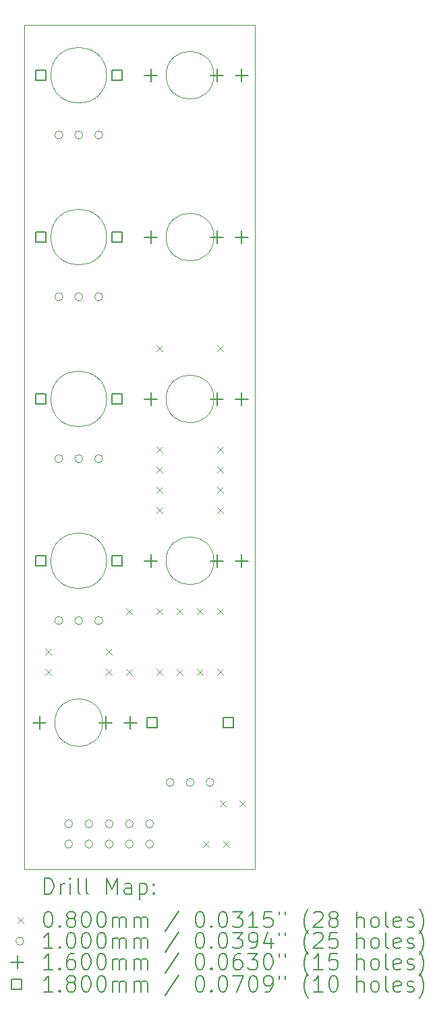
<source format=gbr>
%TF.GenerationSoftware,KiCad,Pcbnew,8.0.1-8.0.1-1~ubuntu22.04.1*%
%TF.CreationDate,2024-04-12T07:50:30+02:00*%
%TF.ProjectId,HagiwoEurorackMixer_PCBOnly,48616769-776f-4457-9572-6f7261636b4d,rev?*%
%TF.SameCoordinates,Original*%
%TF.FileFunction,Drillmap*%
%TF.FilePolarity,Positive*%
%FSLAX45Y45*%
G04 Gerber Fmt 4.5, Leading zero omitted, Abs format (unit mm)*
G04 Created by KiCad (PCBNEW 8.0.1-8.0.1-1~ubuntu22.04.1) date 2024-04-12 07:50:30*
%MOMM*%
%LPD*%
G01*
G04 APERTURE LIST*
%ADD10C,0.100000*%
%ADD11C,0.050000*%
%ADD12C,0.200000*%
%ADD13C,0.160000*%
%ADD14C,0.180000*%
G04 APERTURE END LIST*
D10*
X9289000Y-11412000D02*
G75*
G02*
X8689000Y-11412000I-300000J0D01*
G01*
X8689000Y-11412000D02*
G75*
G02*
X9289000Y-11412000I300000J0D01*
G01*
X7942000Y-11412000D02*
G75*
G02*
X7242000Y-11412000I-350000J0D01*
G01*
X7242000Y-11412000D02*
G75*
G02*
X7942000Y-11412000I350000J0D01*
G01*
X7892000Y-13444000D02*
G75*
G02*
X7292000Y-13444000I-300000J0D01*
G01*
X7292000Y-13444000D02*
G75*
G02*
X7892000Y-13444000I300000J0D01*
G01*
X7892000Y-13444000D02*
G75*
G02*
X7292000Y-13444000I-300000J0D01*
G01*
X7292000Y-13444000D02*
G75*
G02*
X7892000Y-13444000I300000J0D01*
G01*
X9289000Y-5316000D02*
G75*
G02*
X8689000Y-5316000I-300000J0D01*
G01*
X8689000Y-5316000D02*
G75*
G02*
X9289000Y-5316000I300000J0D01*
G01*
X7942000Y-5316000D02*
G75*
G02*
X7242000Y-5316000I-350000J0D01*
G01*
X7242000Y-5316000D02*
G75*
G02*
X7942000Y-5316000I350000J0D01*
G01*
X7942000Y-5316000D02*
G75*
G02*
X7242000Y-5316000I-350000J0D01*
G01*
X7242000Y-5316000D02*
G75*
G02*
X7942000Y-5316000I350000J0D01*
G01*
D11*
X6904000Y-4681000D02*
X9804000Y-4681000D01*
X9804000Y-15281000D01*
X6904000Y-15281000D01*
X6904000Y-4681000D01*
D10*
X9289000Y-7348000D02*
G75*
G02*
X8689000Y-7348000I-300000J0D01*
G01*
X8689000Y-7348000D02*
G75*
G02*
X9289000Y-7348000I300000J0D01*
G01*
X7942000Y-9380000D02*
G75*
G02*
X7242000Y-9380000I-350000J0D01*
G01*
X7242000Y-9380000D02*
G75*
G02*
X7942000Y-9380000I350000J0D01*
G01*
X7942000Y-7348000D02*
G75*
G02*
X7242000Y-7348000I-350000J0D01*
G01*
X7242000Y-7348000D02*
G75*
G02*
X7942000Y-7348000I350000J0D01*
G01*
X9289000Y-9380000D02*
G75*
G02*
X8689000Y-9380000I-300000J0D01*
G01*
X8689000Y-9380000D02*
G75*
G02*
X9289000Y-9380000I300000J0D01*
G01*
X9289000Y-11412000D02*
G75*
G02*
X8689000Y-11412000I-300000J0D01*
G01*
X8689000Y-11412000D02*
G75*
G02*
X9289000Y-11412000I300000J0D01*
G01*
X7942000Y-9380000D02*
G75*
G02*
X7242000Y-9380000I-350000J0D01*
G01*
X7242000Y-9380000D02*
G75*
G02*
X7942000Y-9380000I350000J0D01*
G01*
X7942000Y-7348000D02*
G75*
G02*
X7242000Y-7348000I-350000J0D01*
G01*
X7242000Y-7348000D02*
G75*
G02*
X7942000Y-7348000I350000J0D01*
G01*
X9289000Y-7348000D02*
G75*
G02*
X8689000Y-7348000I-300000J0D01*
G01*
X8689000Y-7348000D02*
G75*
G02*
X9289000Y-7348000I300000J0D01*
G01*
X9289000Y-9380000D02*
G75*
G02*
X8689000Y-9380000I-300000J0D01*
G01*
X8689000Y-9380000D02*
G75*
G02*
X9289000Y-9380000I300000J0D01*
G01*
X9289000Y-5316000D02*
G75*
G02*
X8689000Y-5316000I-300000J0D01*
G01*
X8689000Y-5316000D02*
G75*
G02*
X9289000Y-5316000I300000J0D01*
G01*
X7942000Y-11412000D02*
G75*
G02*
X7242000Y-11412000I-350000J0D01*
G01*
X7242000Y-11412000D02*
G75*
G02*
X7942000Y-11412000I350000J0D01*
G01*
D12*
D10*
X7171000Y-12515000D02*
X7251000Y-12595000D01*
X7251000Y-12515000D02*
X7171000Y-12595000D01*
X7171000Y-12769000D02*
X7251000Y-12849000D01*
X7251000Y-12769000D02*
X7171000Y-12849000D01*
X7933000Y-12515000D02*
X8013000Y-12595000D01*
X8013000Y-12515000D02*
X7933000Y-12595000D01*
X7933000Y-12769000D02*
X8013000Y-12849000D01*
X8013000Y-12769000D02*
X7933000Y-12849000D01*
X8187000Y-12007000D02*
X8267000Y-12087000D01*
X8267000Y-12007000D02*
X8187000Y-12087000D01*
X8187000Y-12769000D02*
X8267000Y-12849000D01*
X8267000Y-12769000D02*
X8187000Y-12849000D01*
X8568000Y-8705000D02*
X8648000Y-8785000D01*
X8648000Y-8705000D02*
X8568000Y-8785000D01*
X8568000Y-9975000D02*
X8648000Y-10055000D01*
X8648000Y-9975000D02*
X8568000Y-10055000D01*
X8568000Y-10229000D02*
X8648000Y-10309000D01*
X8648000Y-10229000D02*
X8568000Y-10309000D01*
X8568000Y-10483000D02*
X8648000Y-10563000D01*
X8648000Y-10483000D02*
X8568000Y-10563000D01*
X8568000Y-10737000D02*
X8648000Y-10817000D01*
X8648000Y-10737000D02*
X8568000Y-10817000D01*
X8568000Y-12007000D02*
X8648000Y-12087000D01*
X8648000Y-12007000D02*
X8568000Y-12087000D01*
X8568000Y-12769000D02*
X8648000Y-12849000D01*
X8648000Y-12769000D02*
X8568000Y-12849000D01*
X8822000Y-12007000D02*
X8902000Y-12087000D01*
X8902000Y-12007000D02*
X8822000Y-12087000D01*
X8822000Y-12769000D02*
X8902000Y-12849000D01*
X8902000Y-12769000D02*
X8822000Y-12849000D01*
X9076000Y-12007000D02*
X9156000Y-12087000D01*
X9156000Y-12007000D02*
X9076000Y-12087000D01*
X9076000Y-12769000D02*
X9156000Y-12849000D01*
X9156000Y-12769000D02*
X9076000Y-12849000D01*
X9152200Y-14928000D02*
X9232200Y-15008000D01*
X9232200Y-14928000D02*
X9152200Y-15008000D01*
X9330000Y-8705000D02*
X9410000Y-8785000D01*
X9410000Y-8705000D02*
X9330000Y-8785000D01*
X9330000Y-9975000D02*
X9410000Y-10055000D01*
X9410000Y-9975000D02*
X9330000Y-10055000D01*
X9330000Y-10229000D02*
X9410000Y-10309000D01*
X9410000Y-10229000D02*
X9330000Y-10309000D01*
X9330000Y-10483000D02*
X9410000Y-10563000D01*
X9410000Y-10483000D02*
X9330000Y-10563000D01*
X9330000Y-10737000D02*
X9410000Y-10817000D01*
X9410000Y-10737000D02*
X9330000Y-10817000D01*
X9330000Y-12007000D02*
X9410000Y-12087000D01*
X9410000Y-12007000D02*
X9330000Y-12087000D01*
X9330000Y-12769000D02*
X9410000Y-12849000D01*
X9410000Y-12769000D02*
X9330000Y-12849000D01*
X9359400Y-14420000D02*
X9439400Y-14500000D01*
X9439400Y-14420000D02*
X9359400Y-14500000D01*
X9402200Y-14928000D02*
X9482200Y-15008000D01*
X9482200Y-14928000D02*
X9402200Y-15008000D01*
X9609400Y-14420000D02*
X9689400Y-14500000D01*
X9689400Y-14420000D02*
X9609400Y-14500000D01*
X7392000Y-6066000D02*
G75*
G02*
X7292000Y-6066000I-50000J0D01*
G01*
X7292000Y-6066000D02*
G75*
G02*
X7392000Y-6066000I50000J0D01*
G01*
X7392000Y-8098000D02*
G75*
G02*
X7292000Y-8098000I-50000J0D01*
G01*
X7292000Y-8098000D02*
G75*
G02*
X7392000Y-8098000I50000J0D01*
G01*
X7392000Y-10130000D02*
G75*
G02*
X7292000Y-10130000I-50000J0D01*
G01*
X7292000Y-10130000D02*
G75*
G02*
X7392000Y-10130000I50000J0D01*
G01*
X7392000Y-12162000D02*
G75*
G02*
X7292000Y-12162000I-50000J0D01*
G01*
X7292000Y-12162000D02*
G75*
G02*
X7392000Y-12162000I50000J0D01*
G01*
X7515000Y-14714000D02*
G75*
G02*
X7415000Y-14714000I-50000J0D01*
G01*
X7415000Y-14714000D02*
G75*
G02*
X7515000Y-14714000I50000J0D01*
G01*
X7515000Y-14968000D02*
G75*
G02*
X7415000Y-14968000I-50000J0D01*
G01*
X7415000Y-14968000D02*
G75*
G02*
X7515000Y-14968000I50000J0D01*
G01*
X7642000Y-6066000D02*
G75*
G02*
X7542000Y-6066000I-50000J0D01*
G01*
X7542000Y-6066000D02*
G75*
G02*
X7642000Y-6066000I50000J0D01*
G01*
X7642000Y-8098000D02*
G75*
G02*
X7542000Y-8098000I-50000J0D01*
G01*
X7542000Y-8098000D02*
G75*
G02*
X7642000Y-8098000I50000J0D01*
G01*
X7642000Y-10130000D02*
G75*
G02*
X7542000Y-10130000I-50000J0D01*
G01*
X7542000Y-10130000D02*
G75*
G02*
X7642000Y-10130000I50000J0D01*
G01*
X7642000Y-12162000D02*
G75*
G02*
X7542000Y-12162000I-50000J0D01*
G01*
X7542000Y-12162000D02*
G75*
G02*
X7642000Y-12162000I50000J0D01*
G01*
X7769000Y-14714000D02*
G75*
G02*
X7669000Y-14714000I-50000J0D01*
G01*
X7669000Y-14714000D02*
G75*
G02*
X7769000Y-14714000I50000J0D01*
G01*
X7769000Y-14968000D02*
G75*
G02*
X7669000Y-14968000I-50000J0D01*
G01*
X7669000Y-14968000D02*
G75*
G02*
X7769000Y-14968000I50000J0D01*
G01*
X7892000Y-6066000D02*
G75*
G02*
X7792000Y-6066000I-50000J0D01*
G01*
X7792000Y-6066000D02*
G75*
G02*
X7892000Y-6066000I50000J0D01*
G01*
X7892000Y-8098000D02*
G75*
G02*
X7792000Y-8098000I-50000J0D01*
G01*
X7792000Y-8098000D02*
G75*
G02*
X7892000Y-8098000I50000J0D01*
G01*
X7892000Y-10130000D02*
G75*
G02*
X7792000Y-10130000I-50000J0D01*
G01*
X7792000Y-10130000D02*
G75*
G02*
X7892000Y-10130000I50000J0D01*
G01*
X7892000Y-12162000D02*
G75*
G02*
X7792000Y-12162000I-50000J0D01*
G01*
X7792000Y-12162000D02*
G75*
G02*
X7892000Y-12162000I50000J0D01*
G01*
X8023000Y-14714000D02*
G75*
G02*
X7923000Y-14714000I-50000J0D01*
G01*
X7923000Y-14714000D02*
G75*
G02*
X8023000Y-14714000I50000J0D01*
G01*
X8023000Y-14968000D02*
G75*
G02*
X7923000Y-14968000I-50000J0D01*
G01*
X7923000Y-14968000D02*
G75*
G02*
X8023000Y-14968000I50000J0D01*
G01*
X8277000Y-14714000D02*
G75*
G02*
X8177000Y-14714000I-50000J0D01*
G01*
X8177000Y-14714000D02*
G75*
G02*
X8277000Y-14714000I50000J0D01*
G01*
X8277000Y-14968000D02*
G75*
G02*
X8177000Y-14968000I-50000J0D01*
G01*
X8177000Y-14968000D02*
G75*
G02*
X8277000Y-14968000I50000J0D01*
G01*
X8531000Y-14714000D02*
G75*
G02*
X8431000Y-14714000I-50000J0D01*
G01*
X8431000Y-14714000D02*
G75*
G02*
X8531000Y-14714000I50000J0D01*
G01*
X8531000Y-14968000D02*
G75*
G02*
X8431000Y-14968000I-50000J0D01*
G01*
X8431000Y-14968000D02*
G75*
G02*
X8531000Y-14968000I50000J0D01*
G01*
X8789703Y-14194000D02*
G75*
G02*
X8689703Y-14194000I-50000J0D01*
G01*
X8689703Y-14194000D02*
G75*
G02*
X8789703Y-14194000I50000J0D01*
G01*
X9039703Y-14194000D02*
G75*
G02*
X8939703Y-14194000I-50000J0D01*
G01*
X8939703Y-14194000D02*
G75*
G02*
X9039703Y-14194000I50000J0D01*
G01*
X9289703Y-14194000D02*
G75*
G02*
X9189703Y-14194000I-50000J0D01*
G01*
X9189703Y-14194000D02*
G75*
G02*
X9289703Y-14194000I50000J0D01*
G01*
D13*
X7100000Y-13364000D02*
X7100000Y-13524000D01*
X7020000Y-13444000D02*
X7180000Y-13444000D01*
X7930000Y-13364000D02*
X7930000Y-13524000D01*
X7850000Y-13444000D02*
X8010000Y-13444000D01*
X8240000Y-13364000D02*
X8240000Y-13524000D01*
X8160000Y-13444000D02*
X8320000Y-13444000D01*
X8497000Y-5236000D02*
X8497000Y-5396000D01*
X8417000Y-5316000D02*
X8577000Y-5316000D01*
X8497000Y-7268000D02*
X8497000Y-7428000D01*
X8417000Y-7348000D02*
X8577000Y-7348000D01*
X8497000Y-9300000D02*
X8497000Y-9460000D01*
X8417000Y-9380000D02*
X8577000Y-9380000D01*
X8497000Y-11332000D02*
X8497000Y-11492000D01*
X8417000Y-11412000D02*
X8577000Y-11412000D01*
X9327000Y-5236000D02*
X9327000Y-5396000D01*
X9247000Y-5316000D02*
X9407000Y-5316000D01*
X9327000Y-7268000D02*
X9327000Y-7428000D01*
X9247000Y-7348000D02*
X9407000Y-7348000D01*
X9327000Y-9300000D02*
X9327000Y-9460000D01*
X9247000Y-9380000D02*
X9407000Y-9380000D01*
X9327000Y-11332000D02*
X9327000Y-11492000D01*
X9247000Y-11412000D02*
X9407000Y-11412000D01*
X9637000Y-5236000D02*
X9637000Y-5396000D01*
X9557000Y-5316000D02*
X9717000Y-5316000D01*
X9637000Y-7268000D02*
X9637000Y-7428000D01*
X9557000Y-7348000D02*
X9717000Y-7348000D01*
X9637000Y-9300000D02*
X9637000Y-9460000D01*
X9557000Y-9380000D02*
X9717000Y-9380000D01*
X9637000Y-11332000D02*
X9637000Y-11492000D01*
X9557000Y-11412000D02*
X9717000Y-11412000D01*
D14*
X7175640Y-5379640D02*
X7175640Y-5252360D01*
X7048360Y-5252360D01*
X7048360Y-5379640D01*
X7175640Y-5379640D01*
X7175640Y-7411640D02*
X7175640Y-7284360D01*
X7048360Y-7284360D01*
X7048360Y-7411640D01*
X7175640Y-7411640D01*
X7175640Y-9443640D02*
X7175640Y-9316360D01*
X7048360Y-9316360D01*
X7048360Y-9443640D01*
X7175640Y-9443640D01*
X7175640Y-11475640D02*
X7175640Y-11348360D01*
X7048360Y-11348360D01*
X7048360Y-11475640D01*
X7175640Y-11475640D01*
X8135640Y-5379640D02*
X8135640Y-5252360D01*
X8008360Y-5252360D01*
X8008360Y-5379640D01*
X8135640Y-5379640D01*
X8135640Y-7411640D02*
X8135640Y-7284360D01*
X8008360Y-7284360D01*
X8008360Y-7411640D01*
X8135640Y-7411640D01*
X8135640Y-9443640D02*
X8135640Y-9316360D01*
X8008360Y-9316360D01*
X8008360Y-9443640D01*
X8135640Y-9443640D01*
X8135640Y-11475640D02*
X8135640Y-11348360D01*
X8008360Y-11348360D01*
X8008360Y-11475640D01*
X8135640Y-11475640D01*
X8573344Y-13507640D02*
X8573344Y-13380360D01*
X8446063Y-13380360D01*
X8446063Y-13507640D01*
X8573344Y-13507640D01*
X9533344Y-13507640D02*
X9533344Y-13380360D01*
X9406063Y-13380360D01*
X9406063Y-13507640D01*
X9533344Y-13507640D01*
D12*
X7162277Y-15594984D02*
X7162277Y-15394984D01*
X7162277Y-15394984D02*
X7209896Y-15394984D01*
X7209896Y-15394984D02*
X7238467Y-15404508D01*
X7238467Y-15404508D02*
X7257515Y-15423555D01*
X7257515Y-15423555D02*
X7267039Y-15442603D01*
X7267039Y-15442603D02*
X7276562Y-15480698D01*
X7276562Y-15480698D02*
X7276562Y-15509269D01*
X7276562Y-15509269D02*
X7267039Y-15547365D01*
X7267039Y-15547365D02*
X7257515Y-15566412D01*
X7257515Y-15566412D02*
X7238467Y-15585460D01*
X7238467Y-15585460D02*
X7209896Y-15594984D01*
X7209896Y-15594984D02*
X7162277Y-15594984D01*
X7362277Y-15594984D02*
X7362277Y-15461650D01*
X7362277Y-15499746D02*
X7371801Y-15480698D01*
X7371801Y-15480698D02*
X7381324Y-15471174D01*
X7381324Y-15471174D02*
X7400372Y-15461650D01*
X7400372Y-15461650D02*
X7419420Y-15461650D01*
X7486086Y-15594984D02*
X7486086Y-15461650D01*
X7486086Y-15394984D02*
X7476562Y-15404508D01*
X7476562Y-15404508D02*
X7486086Y-15414031D01*
X7486086Y-15414031D02*
X7495610Y-15404508D01*
X7495610Y-15404508D02*
X7486086Y-15394984D01*
X7486086Y-15394984D02*
X7486086Y-15414031D01*
X7609896Y-15594984D02*
X7590848Y-15585460D01*
X7590848Y-15585460D02*
X7581324Y-15566412D01*
X7581324Y-15566412D02*
X7581324Y-15394984D01*
X7714658Y-15594984D02*
X7695610Y-15585460D01*
X7695610Y-15585460D02*
X7686086Y-15566412D01*
X7686086Y-15566412D02*
X7686086Y-15394984D01*
X7943229Y-15594984D02*
X7943229Y-15394984D01*
X7943229Y-15394984D02*
X8009896Y-15537841D01*
X8009896Y-15537841D02*
X8076562Y-15394984D01*
X8076562Y-15394984D02*
X8076562Y-15594984D01*
X8257515Y-15594984D02*
X8257515Y-15490222D01*
X8257515Y-15490222D02*
X8247991Y-15471174D01*
X8247991Y-15471174D02*
X8228943Y-15461650D01*
X8228943Y-15461650D02*
X8190848Y-15461650D01*
X8190848Y-15461650D02*
X8171801Y-15471174D01*
X8257515Y-15585460D02*
X8238467Y-15594984D01*
X8238467Y-15594984D02*
X8190848Y-15594984D01*
X8190848Y-15594984D02*
X8171801Y-15585460D01*
X8171801Y-15585460D02*
X8162277Y-15566412D01*
X8162277Y-15566412D02*
X8162277Y-15547365D01*
X8162277Y-15547365D02*
X8171801Y-15528317D01*
X8171801Y-15528317D02*
X8190848Y-15518793D01*
X8190848Y-15518793D02*
X8238467Y-15518793D01*
X8238467Y-15518793D02*
X8257515Y-15509269D01*
X8352753Y-15461650D02*
X8352753Y-15661650D01*
X8352753Y-15471174D02*
X8371801Y-15461650D01*
X8371801Y-15461650D02*
X8409896Y-15461650D01*
X8409896Y-15461650D02*
X8428944Y-15471174D01*
X8428944Y-15471174D02*
X8438467Y-15480698D01*
X8438467Y-15480698D02*
X8447991Y-15499746D01*
X8447991Y-15499746D02*
X8447991Y-15556888D01*
X8447991Y-15556888D02*
X8438467Y-15575936D01*
X8438467Y-15575936D02*
X8428944Y-15585460D01*
X8428944Y-15585460D02*
X8409896Y-15594984D01*
X8409896Y-15594984D02*
X8371801Y-15594984D01*
X8371801Y-15594984D02*
X8352753Y-15585460D01*
X8533705Y-15575936D02*
X8543229Y-15585460D01*
X8543229Y-15585460D02*
X8533705Y-15594984D01*
X8533705Y-15594984D02*
X8524182Y-15585460D01*
X8524182Y-15585460D02*
X8533705Y-15575936D01*
X8533705Y-15575936D02*
X8533705Y-15594984D01*
X8533705Y-15471174D02*
X8543229Y-15480698D01*
X8543229Y-15480698D02*
X8533705Y-15490222D01*
X8533705Y-15490222D02*
X8524182Y-15480698D01*
X8524182Y-15480698D02*
X8533705Y-15471174D01*
X8533705Y-15471174D02*
X8533705Y-15490222D01*
D10*
X6821500Y-15883500D02*
X6901500Y-15963500D01*
X6901500Y-15883500D02*
X6821500Y-15963500D01*
D12*
X7200372Y-15814984D02*
X7219420Y-15814984D01*
X7219420Y-15814984D02*
X7238467Y-15824508D01*
X7238467Y-15824508D02*
X7247991Y-15834031D01*
X7247991Y-15834031D02*
X7257515Y-15853079D01*
X7257515Y-15853079D02*
X7267039Y-15891174D01*
X7267039Y-15891174D02*
X7267039Y-15938793D01*
X7267039Y-15938793D02*
X7257515Y-15976888D01*
X7257515Y-15976888D02*
X7247991Y-15995936D01*
X7247991Y-15995936D02*
X7238467Y-16005460D01*
X7238467Y-16005460D02*
X7219420Y-16014984D01*
X7219420Y-16014984D02*
X7200372Y-16014984D01*
X7200372Y-16014984D02*
X7181324Y-16005460D01*
X7181324Y-16005460D02*
X7171801Y-15995936D01*
X7171801Y-15995936D02*
X7162277Y-15976888D01*
X7162277Y-15976888D02*
X7152753Y-15938793D01*
X7152753Y-15938793D02*
X7152753Y-15891174D01*
X7152753Y-15891174D02*
X7162277Y-15853079D01*
X7162277Y-15853079D02*
X7171801Y-15834031D01*
X7171801Y-15834031D02*
X7181324Y-15824508D01*
X7181324Y-15824508D02*
X7200372Y-15814984D01*
X7352753Y-15995936D02*
X7362277Y-16005460D01*
X7362277Y-16005460D02*
X7352753Y-16014984D01*
X7352753Y-16014984D02*
X7343229Y-16005460D01*
X7343229Y-16005460D02*
X7352753Y-15995936D01*
X7352753Y-15995936D02*
X7352753Y-16014984D01*
X7476562Y-15900698D02*
X7457515Y-15891174D01*
X7457515Y-15891174D02*
X7447991Y-15881650D01*
X7447991Y-15881650D02*
X7438467Y-15862603D01*
X7438467Y-15862603D02*
X7438467Y-15853079D01*
X7438467Y-15853079D02*
X7447991Y-15834031D01*
X7447991Y-15834031D02*
X7457515Y-15824508D01*
X7457515Y-15824508D02*
X7476562Y-15814984D01*
X7476562Y-15814984D02*
X7514658Y-15814984D01*
X7514658Y-15814984D02*
X7533705Y-15824508D01*
X7533705Y-15824508D02*
X7543229Y-15834031D01*
X7543229Y-15834031D02*
X7552753Y-15853079D01*
X7552753Y-15853079D02*
X7552753Y-15862603D01*
X7552753Y-15862603D02*
X7543229Y-15881650D01*
X7543229Y-15881650D02*
X7533705Y-15891174D01*
X7533705Y-15891174D02*
X7514658Y-15900698D01*
X7514658Y-15900698D02*
X7476562Y-15900698D01*
X7476562Y-15900698D02*
X7457515Y-15910222D01*
X7457515Y-15910222D02*
X7447991Y-15919746D01*
X7447991Y-15919746D02*
X7438467Y-15938793D01*
X7438467Y-15938793D02*
X7438467Y-15976888D01*
X7438467Y-15976888D02*
X7447991Y-15995936D01*
X7447991Y-15995936D02*
X7457515Y-16005460D01*
X7457515Y-16005460D02*
X7476562Y-16014984D01*
X7476562Y-16014984D02*
X7514658Y-16014984D01*
X7514658Y-16014984D02*
X7533705Y-16005460D01*
X7533705Y-16005460D02*
X7543229Y-15995936D01*
X7543229Y-15995936D02*
X7552753Y-15976888D01*
X7552753Y-15976888D02*
X7552753Y-15938793D01*
X7552753Y-15938793D02*
X7543229Y-15919746D01*
X7543229Y-15919746D02*
X7533705Y-15910222D01*
X7533705Y-15910222D02*
X7514658Y-15900698D01*
X7676562Y-15814984D02*
X7695610Y-15814984D01*
X7695610Y-15814984D02*
X7714658Y-15824508D01*
X7714658Y-15824508D02*
X7724182Y-15834031D01*
X7724182Y-15834031D02*
X7733705Y-15853079D01*
X7733705Y-15853079D02*
X7743229Y-15891174D01*
X7743229Y-15891174D02*
X7743229Y-15938793D01*
X7743229Y-15938793D02*
X7733705Y-15976888D01*
X7733705Y-15976888D02*
X7724182Y-15995936D01*
X7724182Y-15995936D02*
X7714658Y-16005460D01*
X7714658Y-16005460D02*
X7695610Y-16014984D01*
X7695610Y-16014984D02*
X7676562Y-16014984D01*
X7676562Y-16014984D02*
X7657515Y-16005460D01*
X7657515Y-16005460D02*
X7647991Y-15995936D01*
X7647991Y-15995936D02*
X7638467Y-15976888D01*
X7638467Y-15976888D02*
X7628943Y-15938793D01*
X7628943Y-15938793D02*
X7628943Y-15891174D01*
X7628943Y-15891174D02*
X7638467Y-15853079D01*
X7638467Y-15853079D02*
X7647991Y-15834031D01*
X7647991Y-15834031D02*
X7657515Y-15824508D01*
X7657515Y-15824508D02*
X7676562Y-15814984D01*
X7867039Y-15814984D02*
X7886086Y-15814984D01*
X7886086Y-15814984D02*
X7905134Y-15824508D01*
X7905134Y-15824508D02*
X7914658Y-15834031D01*
X7914658Y-15834031D02*
X7924182Y-15853079D01*
X7924182Y-15853079D02*
X7933705Y-15891174D01*
X7933705Y-15891174D02*
X7933705Y-15938793D01*
X7933705Y-15938793D02*
X7924182Y-15976888D01*
X7924182Y-15976888D02*
X7914658Y-15995936D01*
X7914658Y-15995936D02*
X7905134Y-16005460D01*
X7905134Y-16005460D02*
X7886086Y-16014984D01*
X7886086Y-16014984D02*
X7867039Y-16014984D01*
X7867039Y-16014984D02*
X7847991Y-16005460D01*
X7847991Y-16005460D02*
X7838467Y-15995936D01*
X7838467Y-15995936D02*
X7828943Y-15976888D01*
X7828943Y-15976888D02*
X7819420Y-15938793D01*
X7819420Y-15938793D02*
X7819420Y-15891174D01*
X7819420Y-15891174D02*
X7828943Y-15853079D01*
X7828943Y-15853079D02*
X7838467Y-15834031D01*
X7838467Y-15834031D02*
X7847991Y-15824508D01*
X7847991Y-15824508D02*
X7867039Y-15814984D01*
X8019420Y-16014984D02*
X8019420Y-15881650D01*
X8019420Y-15900698D02*
X8028943Y-15891174D01*
X8028943Y-15891174D02*
X8047991Y-15881650D01*
X8047991Y-15881650D02*
X8076563Y-15881650D01*
X8076563Y-15881650D02*
X8095610Y-15891174D01*
X8095610Y-15891174D02*
X8105134Y-15910222D01*
X8105134Y-15910222D02*
X8105134Y-16014984D01*
X8105134Y-15910222D02*
X8114658Y-15891174D01*
X8114658Y-15891174D02*
X8133705Y-15881650D01*
X8133705Y-15881650D02*
X8162277Y-15881650D01*
X8162277Y-15881650D02*
X8181324Y-15891174D01*
X8181324Y-15891174D02*
X8190848Y-15910222D01*
X8190848Y-15910222D02*
X8190848Y-16014984D01*
X8286086Y-16014984D02*
X8286086Y-15881650D01*
X8286086Y-15900698D02*
X8295610Y-15891174D01*
X8295610Y-15891174D02*
X8314658Y-15881650D01*
X8314658Y-15881650D02*
X8343229Y-15881650D01*
X8343229Y-15881650D02*
X8362277Y-15891174D01*
X8362277Y-15891174D02*
X8371801Y-15910222D01*
X8371801Y-15910222D02*
X8371801Y-16014984D01*
X8371801Y-15910222D02*
X8381324Y-15891174D01*
X8381324Y-15891174D02*
X8400372Y-15881650D01*
X8400372Y-15881650D02*
X8428944Y-15881650D01*
X8428944Y-15881650D02*
X8447991Y-15891174D01*
X8447991Y-15891174D02*
X8457515Y-15910222D01*
X8457515Y-15910222D02*
X8457515Y-16014984D01*
X8847991Y-15805460D02*
X8676563Y-16062603D01*
X9105134Y-15814984D02*
X9124182Y-15814984D01*
X9124182Y-15814984D02*
X9143229Y-15824508D01*
X9143229Y-15824508D02*
X9152753Y-15834031D01*
X9152753Y-15834031D02*
X9162277Y-15853079D01*
X9162277Y-15853079D02*
X9171801Y-15891174D01*
X9171801Y-15891174D02*
X9171801Y-15938793D01*
X9171801Y-15938793D02*
X9162277Y-15976888D01*
X9162277Y-15976888D02*
X9152753Y-15995936D01*
X9152753Y-15995936D02*
X9143229Y-16005460D01*
X9143229Y-16005460D02*
X9124182Y-16014984D01*
X9124182Y-16014984D02*
X9105134Y-16014984D01*
X9105134Y-16014984D02*
X9086087Y-16005460D01*
X9086087Y-16005460D02*
X9076563Y-15995936D01*
X9076563Y-15995936D02*
X9067039Y-15976888D01*
X9067039Y-15976888D02*
X9057515Y-15938793D01*
X9057515Y-15938793D02*
X9057515Y-15891174D01*
X9057515Y-15891174D02*
X9067039Y-15853079D01*
X9067039Y-15853079D02*
X9076563Y-15834031D01*
X9076563Y-15834031D02*
X9086087Y-15824508D01*
X9086087Y-15824508D02*
X9105134Y-15814984D01*
X9257515Y-15995936D02*
X9267039Y-16005460D01*
X9267039Y-16005460D02*
X9257515Y-16014984D01*
X9257515Y-16014984D02*
X9247991Y-16005460D01*
X9247991Y-16005460D02*
X9257515Y-15995936D01*
X9257515Y-15995936D02*
X9257515Y-16014984D01*
X9390848Y-15814984D02*
X9409896Y-15814984D01*
X9409896Y-15814984D02*
X9428944Y-15824508D01*
X9428944Y-15824508D02*
X9438468Y-15834031D01*
X9438468Y-15834031D02*
X9447991Y-15853079D01*
X9447991Y-15853079D02*
X9457515Y-15891174D01*
X9457515Y-15891174D02*
X9457515Y-15938793D01*
X9457515Y-15938793D02*
X9447991Y-15976888D01*
X9447991Y-15976888D02*
X9438468Y-15995936D01*
X9438468Y-15995936D02*
X9428944Y-16005460D01*
X9428944Y-16005460D02*
X9409896Y-16014984D01*
X9409896Y-16014984D02*
X9390848Y-16014984D01*
X9390848Y-16014984D02*
X9371801Y-16005460D01*
X9371801Y-16005460D02*
X9362277Y-15995936D01*
X9362277Y-15995936D02*
X9352753Y-15976888D01*
X9352753Y-15976888D02*
X9343229Y-15938793D01*
X9343229Y-15938793D02*
X9343229Y-15891174D01*
X9343229Y-15891174D02*
X9352753Y-15853079D01*
X9352753Y-15853079D02*
X9362277Y-15834031D01*
X9362277Y-15834031D02*
X9371801Y-15824508D01*
X9371801Y-15824508D02*
X9390848Y-15814984D01*
X9524182Y-15814984D02*
X9647991Y-15814984D01*
X9647991Y-15814984D02*
X9581325Y-15891174D01*
X9581325Y-15891174D02*
X9609896Y-15891174D01*
X9609896Y-15891174D02*
X9628944Y-15900698D01*
X9628944Y-15900698D02*
X9638468Y-15910222D01*
X9638468Y-15910222D02*
X9647991Y-15929269D01*
X9647991Y-15929269D02*
X9647991Y-15976888D01*
X9647991Y-15976888D02*
X9638468Y-15995936D01*
X9638468Y-15995936D02*
X9628944Y-16005460D01*
X9628944Y-16005460D02*
X9609896Y-16014984D01*
X9609896Y-16014984D02*
X9552753Y-16014984D01*
X9552753Y-16014984D02*
X9533706Y-16005460D01*
X9533706Y-16005460D02*
X9524182Y-15995936D01*
X9838468Y-16014984D02*
X9724182Y-16014984D01*
X9781325Y-16014984D02*
X9781325Y-15814984D01*
X9781325Y-15814984D02*
X9762277Y-15843555D01*
X9762277Y-15843555D02*
X9743229Y-15862603D01*
X9743229Y-15862603D02*
X9724182Y-15872127D01*
X10019420Y-15814984D02*
X9924182Y-15814984D01*
X9924182Y-15814984D02*
X9914658Y-15910222D01*
X9914658Y-15910222D02*
X9924182Y-15900698D01*
X9924182Y-15900698D02*
X9943229Y-15891174D01*
X9943229Y-15891174D02*
X9990849Y-15891174D01*
X9990849Y-15891174D02*
X10009896Y-15900698D01*
X10009896Y-15900698D02*
X10019420Y-15910222D01*
X10019420Y-15910222D02*
X10028944Y-15929269D01*
X10028944Y-15929269D02*
X10028944Y-15976888D01*
X10028944Y-15976888D02*
X10019420Y-15995936D01*
X10019420Y-15995936D02*
X10009896Y-16005460D01*
X10009896Y-16005460D02*
X9990849Y-16014984D01*
X9990849Y-16014984D02*
X9943229Y-16014984D01*
X9943229Y-16014984D02*
X9924182Y-16005460D01*
X9924182Y-16005460D02*
X9914658Y-15995936D01*
X10105134Y-15814984D02*
X10105134Y-15853079D01*
X10181325Y-15814984D02*
X10181325Y-15853079D01*
X10476563Y-16091174D02*
X10467039Y-16081650D01*
X10467039Y-16081650D02*
X10447991Y-16053079D01*
X10447991Y-16053079D02*
X10438468Y-16034031D01*
X10438468Y-16034031D02*
X10428944Y-16005460D01*
X10428944Y-16005460D02*
X10419420Y-15957841D01*
X10419420Y-15957841D02*
X10419420Y-15919746D01*
X10419420Y-15919746D02*
X10428944Y-15872127D01*
X10428944Y-15872127D02*
X10438468Y-15843555D01*
X10438468Y-15843555D02*
X10447991Y-15824508D01*
X10447991Y-15824508D02*
X10467039Y-15795936D01*
X10467039Y-15795936D02*
X10476563Y-15786412D01*
X10543230Y-15834031D02*
X10552753Y-15824508D01*
X10552753Y-15824508D02*
X10571801Y-15814984D01*
X10571801Y-15814984D02*
X10619420Y-15814984D01*
X10619420Y-15814984D02*
X10638468Y-15824508D01*
X10638468Y-15824508D02*
X10647991Y-15834031D01*
X10647991Y-15834031D02*
X10657515Y-15853079D01*
X10657515Y-15853079D02*
X10657515Y-15872127D01*
X10657515Y-15872127D02*
X10647991Y-15900698D01*
X10647991Y-15900698D02*
X10533706Y-16014984D01*
X10533706Y-16014984D02*
X10657515Y-16014984D01*
X10771801Y-15900698D02*
X10752753Y-15891174D01*
X10752753Y-15891174D02*
X10743230Y-15881650D01*
X10743230Y-15881650D02*
X10733706Y-15862603D01*
X10733706Y-15862603D02*
X10733706Y-15853079D01*
X10733706Y-15853079D02*
X10743230Y-15834031D01*
X10743230Y-15834031D02*
X10752753Y-15824508D01*
X10752753Y-15824508D02*
X10771801Y-15814984D01*
X10771801Y-15814984D02*
X10809896Y-15814984D01*
X10809896Y-15814984D02*
X10828944Y-15824508D01*
X10828944Y-15824508D02*
X10838468Y-15834031D01*
X10838468Y-15834031D02*
X10847991Y-15853079D01*
X10847991Y-15853079D02*
X10847991Y-15862603D01*
X10847991Y-15862603D02*
X10838468Y-15881650D01*
X10838468Y-15881650D02*
X10828944Y-15891174D01*
X10828944Y-15891174D02*
X10809896Y-15900698D01*
X10809896Y-15900698D02*
X10771801Y-15900698D01*
X10771801Y-15900698D02*
X10752753Y-15910222D01*
X10752753Y-15910222D02*
X10743230Y-15919746D01*
X10743230Y-15919746D02*
X10733706Y-15938793D01*
X10733706Y-15938793D02*
X10733706Y-15976888D01*
X10733706Y-15976888D02*
X10743230Y-15995936D01*
X10743230Y-15995936D02*
X10752753Y-16005460D01*
X10752753Y-16005460D02*
X10771801Y-16014984D01*
X10771801Y-16014984D02*
X10809896Y-16014984D01*
X10809896Y-16014984D02*
X10828944Y-16005460D01*
X10828944Y-16005460D02*
X10838468Y-15995936D01*
X10838468Y-15995936D02*
X10847991Y-15976888D01*
X10847991Y-15976888D02*
X10847991Y-15938793D01*
X10847991Y-15938793D02*
X10838468Y-15919746D01*
X10838468Y-15919746D02*
X10828944Y-15910222D01*
X10828944Y-15910222D02*
X10809896Y-15900698D01*
X11086087Y-16014984D02*
X11086087Y-15814984D01*
X11171801Y-16014984D02*
X11171801Y-15910222D01*
X11171801Y-15910222D02*
X11162277Y-15891174D01*
X11162277Y-15891174D02*
X11143230Y-15881650D01*
X11143230Y-15881650D02*
X11114658Y-15881650D01*
X11114658Y-15881650D02*
X11095611Y-15891174D01*
X11095611Y-15891174D02*
X11086087Y-15900698D01*
X11295610Y-16014984D02*
X11276563Y-16005460D01*
X11276563Y-16005460D02*
X11267039Y-15995936D01*
X11267039Y-15995936D02*
X11257515Y-15976888D01*
X11257515Y-15976888D02*
X11257515Y-15919746D01*
X11257515Y-15919746D02*
X11267039Y-15900698D01*
X11267039Y-15900698D02*
X11276563Y-15891174D01*
X11276563Y-15891174D02*
X11295610Y-15881650D01*
X11295610Y-15881650D02*
X11324182Y-15881650D01*
X11324182Y-15881650D02*
X11343230Y-15891174D01*
X11343230Y-15891174D02*
X11352753Y-15900698D01*
X11352753Y-15900698D02*
X11362277Y-15919746D01*
X11362277Y-15919746D02*
X11362277Y-15976888D01*
X11362277Y-15976888D02*
X11352753Y-15995936D01*
X11352753Y-15995936D02*
X11343230Y-16005460D01*
X11343230Y-16005460D02*
X11324182Y-16014984D01*
X11324182Y-16014984D02*
X11295610Y-16014984D01*
X11476563Y-16014984D02*
X11457515Y-16005460D01*
X11457515Y-16005460D02*
X11447991Y-15986412D01*
X11447991Y-15986412D02*
X11447991Y-15814984D01*
X11628944Y-16005460D02*
X11609896Y-16014984D01*
X11609896Y-16014984D02*
X11571801Y-16014984D01*
X11571801Y-16014984D02*
X11552753Y-16005460D01*
X11552753Y-16005460D02*
X11543230Y-15986412D01*
X11543230Y-15986412D02*
X11543230Y-15910222D01*
X11543230Y-15910222D02*
X11552753Y-15891174D01*
X11552753Y-15891174D02*
X11571801Y-15881650D01*
X11571801Y-15881650D02*
X11609896Y-15881650D01*
X11609896Y-15881650D02*
X11628944Y-15891174D01*
X11628944Y-15891174D02*
X11638468Y-15910222D01*
X11638468Y-15910222D02*
X11638468Y-15929269D01*
X11638468Y-15929269D02*
X11543230Y-15948317D01*
X11714658Y-16005460D02*
X11733706Y-16014984D01*
X11733706Y-16014984D02*
X11771801Y-16014984D01*
X11771801Y-16014984D02*
X11790849Y-16005460D01*
X11790849Y-16005460D02*
X11800372Y-15986412D01*
X11800372Y-15986412D02*
X11800372Y-15976888D01*
X11800372Y-15976888D02*
X11790849Y-15957841D01*
X11790849Y-15957841D02*
X11771801Y-15948317D01*
X11771801Y-15948317D02*
X11743230Y-15948317D01*
X11743230Y-15948317D02*
X11724182Y-15938793D01*
X11724182Y-15938793D02*
X11714658Y-15919746D01*
X11714658Y-15919746D02*
X11714658Y-15910222D01*
X11714658Y-15910222D02*
X11724182Y-15891174D01*
X11724182Y-15891174D02*
X11743230Y-15881650D01*
X11743230Y-15881650D02*
X11771801Y-15881650D01*
X11771801Y-15881650D02*
X11790849Y-15891174D01*
X11867039Y-16091174D02*
X11876563Y-16081650D01*
X11876563Y-16081650D02*
X11895611Y-16053079D01*
X11895611Y-16053079D02*
X11905134Y-16034031D01*
X11905134Y-16034031D02*
X11914658Y-16005460D01*
X11914658Y-16005460D02*
X11924182Y-15957841D01*
X11924182Y-15957841D02*
X11924182Y-15919746D01*
X11924182Y-15919746D02*
X11914658Y-15872127D01*
X11914658Y-15872127D02*
X11905134Y-15843555D01*
X11905134Y-15843555D02*
X11895611Y-15824508D01*
X11895611Y-15824508D02*
X11876563Y-15795936D01*
X11876563Y-15795936D02*
X11867039Y-15786412D01*
D10*
X6901500Y-16187500D02*
G75*
G02*
X6801500Y-16187500I-50000J0D01*
G01*
X6801500Y-16187500D02*
G75*
G02*
X6901500Y-16187500I50000J0D01*
G01*
D12*
X7267039Y-16278984D02*
X7152753Y-16278984D01*
X7209896Y-16278984D02*
X7209896Y-16078984D01*
X7209896Y-16078984D02*
X7190848Y-16107555D01*
X7190848Y-16107555D02*
X7171801Y-16126603D01*
X7171801Y-16126603D02*
X7152753Y-16136127D01*
X7352753Y-16259936D02*
X7362277Y-16269460D01*
X7362277Y-16269460D02*
X7352753Y-16278984D01*
X7352753Y-16278984D02*
X7343229Y-16269460D01*
X7343229Y-16269460D02*
X7352753Y-16259936D01*
X7352753Y-16259936D02*
X7352753Y-16278984D01*
X7486086Y-16078984D02*
X7505134Y-16078984D01*
X7505134Y-16078984D02*
X7524182Y-16088508D01*
X7524182Y-16088508D02*
X7533705Y-16098031D01*
X7533705Y-16098031D02*
X7543229Y-16117079D01*
X7543229Y-16117079D02*
X7552753Y-16155174D01*
X7552753Y-16155174D02*
X7552753Y-16202793D01*
X7552753Y-16202793D02*
X7543229Y-16240888D01*
X7543229Y-16240888D02*
X7533705Y-16259936D01*
X7533705Y-16259936D02*
X7524182Y-16269460D01*
X7524182Y-16269460D02*
X7505134Y-16278984D01*
X7505134Y-16278984D02*
X7486086Y-16278984D01*
X7486086Y-16278984D02*
X7467039Y-16269460D01*
X7467039Y-16269460D02*
X7457515Y-16259936D01*
X7457515Y-16259936D02*
X7447991Y-16240888D01*
X7447991Y-16240888D02*
X7438467Y-16202793D01*
X7438467Y-16202793D02*
X7438467Y-16155174D01*
X7438467Y-16155174D02*
X7447991Y-16117079D01*
X7447991Y-16117079D02*
X7457515Y-16098031D01*
X7457515Y-16098031D02*
X7467039Y-16088508D01*
X7467039Y-16088508D02*
X7486086Y-16078984D01*
X7676562Y-16078984D02*
X7695610Y-16078984D01*
X7695610Y-16078984D02*
X7714658Y-16088508D01*
X7714658Y-16088508D02*
X7724182Y-16098031D01*
X7724182Y-16098031D02*
X7733705Y-16117079D01*
X7733705Y-16117079D02*
X7743229Y-16155174D01*
X7743229Y-16155174D02*
X7743229Y-16202793D01*
X7743229Y-16202793D02*
X7733705Y-16240888D01*
X7733705Y-16240888D02*
X7724182Y-16259936D01*
X7724182Y-16259936D02*
X7714658Y-16269460D01*
X7714658Y-16269460D02*
X7695610Y-16278984D01*
X7695610Y-16278984D02*
X7676562Y-16278984D01*
X7676562Y-16278984D02*
X7657515Y-16269460D01*
X7657515Y-16269460D02*
X7647991Y-16259936D01*
X7647991Y-16259936D02*
X7638467Y-16240888D01*
X7638467Y-16240888D02*
X7628943Y-16202793D01*
X7628943Y-16202793D02*
X7628943Y-16155174D01*
X7628943Y-16155174D02*
X7638467Y-16117079D01*
X7638467Y-16117079D02*
X7647991Y-16098031D01*
X7647991Y-16098031D02*
X7657515Y-16088508D01*
X7657515Y-16088508D02*
X7676562Y-16078984D01*
X7867039Y-16078984D02*
X7886086Y-16078984D01*
X7886086Y-16078984D02*
X7905134Y-16088508D01*
X7905134Y-16088508D02*
X7914658Y-16098031D01*
X7914658Y-16098031D02*
X7924182Y-16117079D01*
X7924182Y-16117079D02*
X7933705Y-16155174D01*
X7933705Y-16155174D02*
X7933705Y-16202793D01*
X7933705Y-16202793D02*
X7924182Y-16240888D01*
X7924182Y-16240888D02*
X7914658Y-16259936D01*
X7914658Y-16259936D02*
X7905134Y-16269460D01*
X7905134Y-16269460D02*
X7886086Y-16278984D01*
X7886086Y-16278984D02*
X7867039Y-16278984D01*
X7867039Y-16278984D02*
X7847991Y-16269460D01*
X7847991Y-16269460D02*
X7838467Y-16259936D01*
X7838467Y-16259936D02*
X7828943Y-16240888D01*
X7828943Y-16240888D02*
X7819420Y-16202793D01*
X7819420Y-16202793D02*
X7819420Y-16155174D01*
X7819420Y-16155174D02*
X7828943Y-16117079D01*
X7828943Y-16117079D02*
X7838467Y-16098031D01*
X7838467Y-16098031D02*
X7847991Y-16088508D01*
X7847991Y-16088508D02*
X7867039Y-16078984D01*
X8019420Y-16278984D02*
X8019420Y-16145650D01*
X8019420Y-16164698D02*
X8028943Y-16155174D01*
X8028943Y-16155174D02*
X8047991Y-16145650D01*
X8047991Y-16145650D02*
X8076563Y-16145650D01*
X8076563Y-16145650D02*
X8095610Y-16155174D01*
X8095610Y-16155174D02*
X8105134Y-16174222D01*
X8105134Y-16174222D02*
X8105134Y-16278984D01*
X8105134Y-16174222D02*
X8114658Y-16155174D01*
X8114658Y-16155174D02*
X8133705Y-16145650D01*
X8133705Y-16145650D02*
X8162277Y-16145650D01*
X8162277Y-16145650D02*
X8181324Y-16155174D01*
X8181324Y-16155174D02*
X8190848Y-16174222D01*
X8190848Y-16174222D02*
X8190848Y-16278984D01*
X8286086Y-16278984D02*
X8286086Y-16145650D01*
X8286086Y-16164698D02*
X8295610Y-16155174D01*
X8295610Y-16155174D02*
X8314658Y-16145650D01*
X8314658Y-16145650D02*
X8343229Y-16145650D01*
X8343229Y-16145650D02*
X8362277Y-16155174D01*
X8362277Y-16155174D02*
X8371801Y-16174222D01*
X8371801Y-16174222D02*
X8371801Y-16278984D01*
X8371801Y-16174222D02*
X8381324Y-16155174D01*
X8381324Y-16155174D02*
X8400372Y-16145650D01*
X8400372Y-16145650D02*
X8428944Y-16145650D01*
X8428944Y-16145650D02*
X8447991Y-16155174D01*
X8447991Y-16155174D02*
X8457515Y-16174222D01*
X8457515Y-16174222D02*
X8457515Y-16278984D01*
X8847991Y-16069460D02*
X8676563Y-16326603D01*
X9105134Y-16078984D02*
X9124182Y-16078984D01*
X9124182Y-16078984D02*
X9143229Y-16088508D01*
X9143229Y-16088508D02*
X9152753Y-16098031D01*
X9152753Y-16098031D02*
X9162277Y-16117079D01*
X9162277Y-16117079D02*
X9171801Y-16155174D01*
X9171801Y-16155174D02*
X9171801Y-16202793D01*
X9171801Y-16202793D02*
X9162277Y-16240888D01*
X9162277Y-16240888D02*
X9152753Y-16259936D01*
X9152753Y-16259936D02*
X9143229Y-16269460D01*
X9143229Y-16269460D02*
X9124182Y-16278984D01*
X9124182Y-16278984D02*
X9105134Y-16278984D01*
X9105134Y-16278984D02*
X9086087Y-16269460D01*
X9086087Y-16269460D02*
X9076563Y-16259936D01*
X9076563Y-16259936D02*
X9067039Y-16240888D01*
X9067039Y-16240888D02*
X9057515Y-16202793D01*
X9057515Y-16202793D02*
X9057515Y-16155174D01*
X9057515Y-16155174D02*
X9067039Y-16117079D01*
X9067039Y-16117079D02*
X9076563Y-16098031D01*
X9076563Y-16098031D02*
X9086087Y-16088508D01*
X9086087Y-16088508D02*
X9105134Y-16078984D01*
X9257515Y-16259936D02*
X9267039Y-16269460D01*
X9267039Y-16269460D02*
X9257515Y-16278984D01*
X9257515Y-16278984D02*
X9247991Y-16269460D01*
X9247991Y-16269460D02*
X9257515Y-16259936D01*
X9257515Y-16259936D02*
X9257515Y-16278984D01*
X9390848Y-16078984D02*
X9409896Y-16078984D01*
X9409896Y-16078984D02*
X9428944Y-16088508D01*
X9428944Y-16088508D02*
X9438468Y-16098031D01*
X9438468Y-16098031D02*
X9447991Y-16117079D01*
X9447991Y-16117079D02*
X9457515Y-16155174D01*
X9457515Y-16155174D02*
X9457515Y-16202793D01*
X9457515Y-16202793D02*
X9447991Y-16240888D01*
X9447991Y-16240888D02*
X9438468Y-16259936D01*
X9438468Y-16259936D02*
X9428944Y-16269460D01*
X9428944Y-16269460D02*
X9409896Y-16278984D01*
X9409896Y-16278984D02*
X9390848Y-16278984D01*
X9390848Y-16278984D02*
X9371801Y-16269460D01*
X9371801Y-16269460D02*
X9362277Y-16259936D01*
X9362277Y-16259936D02*
X9352753Y-16240888D01*
X9352753Y-16240888D02*
X9343229Y-16202793D01*
X9343229Y-16202793D02*
X9343229Y-16155174D01*
X9343229Y-16155174D02*
X9352753Y-16117079D01*
X9352753Y-16117079D02*
X9362277Y-16098031D01*
X9362277Y-16098031D02*
X9371801Y-16088508D01*
X9371801Y-16088508D02*
X9390848Y-16078984D01*
X9524182Y-16078984D02*
X9647991Y-16078984D01*
X9647991Y-16078984D02*
X9581325Y-16155174D01*
X9581325Y-16155174D02*
X9609896Y-16155174D01*
X9609896Y-16155174D02*
X9628944Y-16164698D01*
X9628944Y-16164698D02*
X9638468Y-16174222D01*
X9638468Y-16174222D02*
X9647991Y-16193269D01*
X9647991Y-16193269D02*
X9647991Y-16240888D01*
X9647991Y-16240888D02*
X9638468Y-16259936D01*
X9638468Y-16259936D02*
X9628944Y-16269460D01*
X9628944Y-16269460D02*
X9609896Y-16278984D01*
X9609896Y-16278984D02*
X9552753Y-16278984D01*
X9552753Y-16278984D02*
X9533706Y-16269460D01*
X9533706Y-16269460D02*
X9524182Y-16259936D01*
X9743229Y-16278984D02*
X9781325Y-16278984D01*
X9781325Y-16278984D02*
X9800372Y-16269460D01*
X9800372Y-16269460D02*
X9809896Y-16259936D01*
X9809896Y-16259936D02*
X9828944Y-16231365D01*
X9828944Y-16231365D02*
X9838468Y-16193269D01*
X9838468Y-16193269D02*
X9838468Y-16117079D01*
X9838468Y-16117079D02*
X9828944Y-16098031D01*
X9828944Y-16098031D02*
X9819420Y-16088508D01*
X9819420Y-16088508D02*
X9800372Y-16078984D01*
X9800372Y-16078984D02*
X9762277Y-16078984D01*
X9762277Y-16078984D02*
X9743229Y-16088508D01*
X9743229Y-16088508D02*
X9733706Y-16098031D01*
X9733706Y-16098031D02*
X9724182Y-16117079D01*
X9724182Y-16117079D02*
X9724182Y-16164698D01*
X9724182Y-16164698D02*
X9733706Y-16183746D01*
X9733706Y-16183746D02*
X9743229Y-16193269D01*
X9743229Y-16193269D02*
X9762277Y-16202793D01*
X9762277Y-16202793D02*
X9800372Y-16202793D01*
X9800372Y-16202793D02*
X9819420Y-16193269D01*
X9819420Y-16193269D02*
X9828944Y-16183746D01*
X9828944Y-16183746D02*
X9838468Y-16164698D01*
X10009896Y-16145650D02*
X10009896Y-16278984D01*
X9962277Y-16069460D02*
X9914658Y-16212317D01*
X9914658Y-16212317D02*
X10038468Y-16212317D01*
X10105134Y-16078984D02*
X10105134Y-16117079D01*
X10181325Y-16078984D02*
X10181325Y-16117079D01*
X10476563Y-16355174D02*
X10467039Y-16345650D01*
X10467039Y-16345650D02*
X10447991Y-16317079D01*
X10447991Y-16317079D02*
X10438468Y-16298031D01*
X10438468Y-16298031D02*
X10428944Y-16269460D01*
X10428944Y-16269460D02*
X10419420Y-16221841D01*
X10419420Y-16221841D02*
X10419420Y-16183746D01*
X10419420Y-16183746D02*
X10428944Y-16136127D01*
X10428944Y-16136127D02*
X10438468Y-16107555D01*
X10438468Y-16107555D02*
X10447991Y-16088508D01*
X10447991Y-16088508D02*
X10467039Y-16059936D01*
X10467039Y-16059936D02*
X10476563Y-16050412D01*
X10543230Y-16098031D02*
X10552753Y-16088508D01*
X10552753Y-16088508D02*
X10571801Y-16078984D01*
X10571801Y-16078984D02*
X10619420Y-16078984D01*
X10619420Y-16078984D02*
X10638468Y-16088508D01*
X10638468Y-16088508D02*
X10647991Y-16098031D01*
X10647991Y-16098031D02*
X10657515Y-16117079D01*
X10657515Y-16117079D02*
X10657515Y-16136127D01*
X10657515Y-16136127D02*
X10647991Y-16164698D01*
X10647991Y-16164698D02*
X10533706Y-16278984D01*
X10533706Y-16278984D02*
X10657515Y-16278984D01*
X10838468Y-16078984D02*
X10743230Y-16078984D01*
X10743230Y-16078984D02*
X10733706Y-16174222D01*
X10733706Y-16174222D02*
X10743230Y-16164698D01*
X10743230Y-16164698D02*
X10762277Y-16155174D01*
X10762277Y-16155174D02*
X10809896Y-16155174D01*
X10809896Y-16155174D02*
X10828944Y-16164698D01*
X10828944Y-16164698D02*
X10838468Y-16174222D01*
X10838468Y-16174222D02*
X10847991Y-16193269D01*
X10847991Y-16193269D02*
X10847991Y-16240888D01*
X10847991Y-16240888D02*
X10838468Y-16259936D01*
X10838468Y-16259936D02*
X10828944Y-16269460D01*
X10828944Y-16269460D02*
X10809896Y-16278984D01*
X10809896Y-16278984D02*
X10762277Y-16278984D01*
X10762277Y-16278984D02*
X10743230Y-16269460D01*
X10743230Y-16269460D02*
X10733706Y-16259936D01*
X11086087Y-16278984D02*
X11086087Y-16078984D01*
X11171801Y-16278984D02*
X11171801Y-16174222D01*
X11171801Y-16174222D02*
X11162277Y-16155174D01*
X11162277Y-16155174D02*
X11143230Y-16145650D01*
X11143230Y-16145650D02*
X11114658Y-16145650D01*
X11114658Y-16145650D02*
X11095611Y-16155174D01*
X11095611Y-16155174D02*
X11086087Y-16164698D01*
X11295610Y-16278984D02*
X11276563Y-16269460D01*
X11276563Y-16269460D02*
X11267039Y-16259936D01*
X11267039Y-16259936D02*
X11257515Y-16240888D01*
X11257515Y-16240888D02*
X11257515Y-16183746D01*
X11257515Y-16183746D02*
X11267039Y-16164698D01*
X11267039Y-16164698D02*
X11276563Y-16155174D01*
X11276563Y-16155174D02*
X11295610Y-16145650D01*
X11295610Y-16145650D02*
X11324182Y-16145650D01*
X11324182Y-16145650D02*
X11343230Y-16155174D01*
X11343230Y-16155174D02*
X11352753Y-16164698D01*
X11352753Y-16164698D02*
X11362277Y-16183746D01*
X11362277Y-16183746D02*
X11362277Y-16240888D01*
X11362277Y-16240888D02*
X11352753Y-16259936D01*
X11352753Y-16259936D02*
X11343230Y-16269460D01*
X11343230Y-16269460D02*
X11324182Y-16278984D01*
X11324182Y-16278984D02*
X11295610Y-16278984D01*
X11476563Y-16278984D02*
X11457515Y-16269460D01*
X11457515Y-16269460D02*
X11447991Y-16250412D01*
X11447991Y-16250412D02*
X11447991Y-16078984D01*
X11628944Y-16269460D02*
X11609896Y-16278984D01*
X11609896Y-16278984D02*
X11571801Y-16278984D01*
X11571801Y-16278984D02*
X11552753Y-16269460D01*
X11552753Y-16269460D02*
X11543230Y-16250412D01*
X11543230Y-16250412D02*
X11543230Y-16174222D01*
X11543230Y-16174222D02*
X11552753Y-16155174D01*
X11552753Y-16155174D02*
X11571801Y-16145650D01*
X11571801Y-16145650D02*
X11609896Y-16145650D01*
X11609896Y-16145650D02*
X11628944Y-16155174D01*
X11628944Y-16155174D02*
X11638468Y-16174222D01*
X11638468Y-16174222D02*
X11638468Y-16193269D01*
X11638468Y-16193269D02*
X11543230Y-16212317D01*
X11714658Y-16269460D02*
X11733706Y-16278984D01*
X11733706Y-16278984D02*
X11771801Y-16278984D01*
X11771801Y-16278984D02*
X11790849Y-16269460D01*
X11790849Y-16269460D02*
X11800372Y-16250412D01*
X11800372Y-16250412D02*
X11800372Y-16240888D01*
X11800372Y-16240888D02*
X11790849Y-16221841D01*
X11790849Y-16221841D02*
X11771801Y-16212317D01*
X11771801Y-16212317D02*
X11743230Y-16212317D01*
X11743230Y-16212317D02*
X11724182Y-16202793D01*
X11724182Y-16202793D02*
X11714658Y-16183746D01*
X11714658Y-16183746D02*
X11714658Y-16174222D01*
X11714658Y-16174222D02*
X11724182Y-16155174D01*
X11724182Y-16155174D02*
X11743230Y-16145650D01*
X11743230Y-16145650D02*
X11771801Y-16145650D01*
X11771801Y-16145650D02*
X11790849Y-16155174D01*
X11867039Y-16355174D02*
X11876563Y-16345650D01*
X11876563Y-16345650D02*
X11895611Y-16317079D01*
X11895611Y-16317079D02*
X11905134Y-16298031D01*
X11905134Y-16298031D02*
X11914658Y-16269460D01*
X11914658Y-16269460D02*
X11924182Y-16221841D01*
X11924182Y-16221841D02*
X11924182Y-16183746D01*
X11924182Y-16183746D02*
X11914658Y-16136127D01*
X11914658Y-16136127D02*
X11905134Y-16107555D01*
X11905134Y-16107555D02*
X11895611Y-16088508D01*
X11895611Y-16088508D02*
X11876563Y-16059936D01*
X11876563Y-16059936D02*
X11867039Y-16050412D01*
D13*
X6821500Y-16371500D02*
X6821500Y-16531500D01*
X6741500Y-16451500D02*
X6901500Y-16451500D01*
D12*
X7267039Y-16542984D02*
X7152753Y-16542984D01*
X7209896Y-16542984D02*
X7209896Y-16342984D01*
X7209896Y-16342984D02*
X7190848Y-16371555D01*
X7190848Y-16371555D02*
X7171801Y-16390603D01*
X7171801Y-16390603D02*
X7152753Y-16400127D01*
X7352753Y-16523936D02*
X7362277Y-16533460D01*
X7362277Y-16533460D02*
X7352753Y-16542984D01*
X7352753Y-16542984D02*
X7343229Y-16533460D01*
X7343229Y-16533460D02*
X7352753Y-16523936D01*
X7352753Y-16523936D02*
X7352753Y-16542984D01*
X7533705Y-16342984D02*
X7495610Y-16342984D01*
X7495610Y-16342984D02*
X7476562Y-16352508D01*
X7476562Y-16352508D02*
X7467039Y-16362031D01*
X7467039Y-16362031D02*
X7447991Y-16390603D01*
X7447991Y-16390603D02*
X7438467Y-16428698D01*
X7438467Y-16428698D02*
X7438467Y-16504888D01*
X7438467Y-16504888D02*
X7447991Y-16523936D01*
X7447991Y-16523936D02*
X7457515Y-16533460D01*
X7457515Y-16533460D02*
X7476562Y-16542984D01*
X7476562Y-16542984D02*
X7514658Y-16542984D01*
X7514658Y-16542984D02*
X7533705Y-16533460D01*
X7533705Y-16533460D02*
X7543229Y-16523936D01*
X7543229Y-16523936D02*
X7552753Y-16504888D01*
X7552753Y-16504888D02*
X7552753Y-16457269D01*
X7552753Y-16457269D02*
X7543229Y-16438222D01*
X7543229Y-16438222D02*
X7533705Y-16428698D01*
X7533705Y-16428698D02*
X7514658Y-16419174D01*
X7514658Y-16419174D02*
X7476562Y-16419174D01*
X7476562Y-16419174D02*
X7457515Y-16428698D01*
X7457515Y-16428698D02*
X7447991Y-16438222D01*
X7447991Y-16438222D02*
X7438467Y-16457269D01*
X7676562Y-16342984D02*
X7695610Y-16342984D01*
X7695610Y-16342984D02*
X7714658Y-16352508D01*
X7714658Y-16352508D02*
X7724182Y-16362031D01*
X7724182Y-16362031D02*
X7733705Y-16381079D01*
X7733705Y-16381079D02*
X7743229Y-16419174D01*
X7743229Y-16419174D02*
X7743229Y-16466793D01*
X7743229Y-16466793D02*
X7733705Y-16504888D01*
X7733705Y-16504888D02*
X7724182Y-16523936D01*
X7724182Y-16523936D02*
X7714658Y-16533460D01*
X7714658Y-16533460D02*
X7695610Y-16542984D01*
X7695610Y-16542984D02*
X7676562Y-16542984D01*
X7676562Y-16542984D02*
X7657515Y-16533460D01*
X7657515Y-16533460D02*
X7647991Y-16523936D01*
X7647991Y-16523936D02*
X7638467Y-16504888D01*
X7638467Y-16504888D02*
X7628943Y-16466793D01*
X7628943Y-16466793D02*
X7628943Y-16419174D01*
X7628943Y-16419174D02*
X7638467Y-16381079D01*
X7638467Y-16381079D02*
X7647991Y-16362031D01*
X7647991Y-16362031D02*
X7657515Y-16352508D01*
X7657515Y-16352508D02*
X7676562Y-16342984D01*
X7867039Y-16342984D02*
X7886086Y-16342984D01*
X7886086Y-16342984D02*
X7905134Y-16352508D01*
X7905134Y-16352508D02*
X7914658Y-16362031D01*
X7914658Y-16362031D02*
X7924182Y-16381079D01*
X7924182Y-16381079D02*
X7933705Y-16419174D01*
X7933705Y-16419174D02*
X7933705Y-16466793D01*
X7933705Y-16466793D02*
X7924182Y-16504888D01*
X7924182Y-16504888D02*
X7914658Y-16523936D01*
X7914658Y-16523936D02*
X7905134Y-16533460D01*
X7905134Y-16533460D02*
X7886086Y-16542984D01*
X7886086Y-16542984D02*
X7867039Y-16542984D01*
X7867039Y-16542984D02*
X7847991Y-16533460D01*
X7847991Y-16533460D02*
X7838467Y-16523936D01*
X7838467Y-16523936D02*
X7828943Y-16504888D01*
X7828943Y-16504888D02*
X7819420Y-16466793D01*
X7819420Y-16466793D02*
X7819420Y-16419174D01*
X7819420Y-16419174D02*
X7828943Y-16381079D01*
X7828943Y-16381079D02*
X7838467Y-16362031D01*
X7838467Y-16362031D02*
X7847991Y-16352508D01*
X7847991Y-16352508D02*
X7867039Y-16342984D01*
X8019420Y-16542984D02*
X8019420Y-16409650D01*
X8019420Y-16428698D02*
X8028943Y-16419174D01*
X8028943Y-16419174D02*
X8047991Y-16409650D01*
X8047991Y-16409650D02*
X8076563Y-16409650D01*
X8076563Y-16409650D02*
X8095610Y-16419174D01*
X8095610Y-16419174D02*
X8105134Y-16438222D01*
X8105134Y-16438222D02*
X8105134Y-16542984D01*
X8105134Y-16438222D02*
X8114658Y-16419174D01*
X8114658Y-16419174D02*
X8133705Y-16409650D01*
X8133705Y-16409650D02*
X8162277Y-16409650D01*
X8162277Y-16409650D02*
X8181324Y-16419174D01*
X8181324Y-16419174D02*
X8190848Y-16438222D01*
X8190848Y-16438222D02*
X8190848Y-16542984D01*
X8286086Y-16542984D02*
X8286086Y-16409650D01*
X8286086Y-16428698D02*
X8295610Y-16419174D01*
X8295610Y-16419174D02*
X8314658Y-16409650D01*
X8314658Y-16409650D02*
X8343229Y-16409650D01*
X8343229Y-16409650D02*
X8362277Y-16419174D01*
X8362277Y-16419174D02*
X8371801Y-16438222D01*
X8371801Y-16438222D02*
X8371801Y-16542984D01*
X8371801Y-16438222D02*
X8381324Y-16419174D01*
X8381324Y-16419174D02*
X8400372Y-16409650D01*
X8400372Y-16409650D02*
X8428944Y-16409650D01*
X8428944Y-16409650D02*
X8447991Y-16419174D01*
X8447991Y-16419174D02*
X8457515Y-16438222D01*
X8457515Y-16438222D02*
X8457515Y-16542984D01*
X8847991Y-16333460D02*
X8676563Y-16590603D01*
X9105134Y-16342984D02*
X9124182Y-16342984D01*
X9124182Y-16342984D02*
X9143229Y-16352508D01*
X9143229Y-16352508D02*
X9152753Y-16362031D01*
X9152753Y-16362031D02*
X9162277Y-16381079D01*
X9162277Y-16381079D02*
X9171801Y-16419174D01*
X9171801Y-16419174D02*
X9171801Y-16466793D01*
X9171801Y-16466793D02*
X9162277Y-16504888D01*
X9162277Y-16504888D02*
X9152753Y-16523936D01*
X9152753Y-16523936D02*
X9143229Y-16533460D01*
X9143229Y-16533460D02*
X9124182Y-16542984D01*
X9124182Y-16542984D02*
X9105134Y-16542984D01*
X9105134Y-16542984D02*
X9086087Y-16533460D01*
X9086087Y-16533460D02*
X9076563Y-16523936D01*
X9076563Y-16523936D02*
X9067039Y-16504888D01*
X9067039Y-16504888D02*
X9057515Y-16466793D01*
X9057515Y-16466793D02*
X9057515Y-16419174D01*
X9057515Y-16419174D02*
X9067039Y-16381079D01*
X9067039Y-16381079D02*
X9076563Y-16362031D01*
X9076563Y-16362031D02*
X9086087Y-16352508D01*
X9086087Y-16352508D02*
X9105134Y-16342984D01*
X9257515Y-16523936D02*
X9267039Y-16533460D01*
X9267039Y-16533460D02*
X9257515Y-16542984D01*
X9257515Y-16542984D02*
X9247991Y-16533460D01*
X9247991Y-16533460D02*
X9257515Y-16523936D01*
X9257515Y-16523936D02*
X9257515Y-16542984D01*
X9390848Y-16342984D02*
X9409896Y-16342984D01*
X9409896Y-16342984D02*
X9428944Y-16352508D01*
X9428944Y-16352508D02*
X9438468Y-16362031D01*
X9438468Y-16362031D02*
X9447991Y-16381079D01*
X9447991Y-16381079D02*
X9457515Y-16419174D01*
X9457515Y-16419174D02*
X9457515Y-16466793D01*
X9457515Y-16466793D02*
X9447991Y-16504888D01*
X9447991Y-16504888D02*
X9438468Y-16523936D01*
X9438468Y-16523936D02*
X9428944Y-16533460D01*
X9428944Y-16533460D02*
X9409896Y-16542984D01*
X9409896Y-16542984D02*
X9390848Y-16542984D01*
X9390848Y-16542984D02*
X9371801Y-16533460D01*
X9371801Y-16533460D02*
X9362277Y-16523936D01*
X9362277Y-16523936D02*
X9352753Y-16504888D01*
X9352753Y-16504888D02*
X9343229Y-16466793D01*
X9343229Y-16466793D02*
X9343229Y-16419174D01*
X9343229Y-16419174D02*
X9352753Y-16381079D01*
X9352753Y-16381079D02*
X9362277Y-16362031D01*
X9362277Y-16362031D02*
X9371801Y-16352508D01*
X9371801Y-16352508D02*
X9390848Y-16342984D01*
X9628944Y-16342984D02*
X9590848Y-16342984D01*
X9590848Y-16342984D02*
X9571801Y-16352508D01*
X9571801Y-16352508D02*
X9562277Y-16362031D01*
X9562277Y-16362031D02*
X9543229Y-16390603D01*
X9543229Y-16390603D02*
X9533706Y-16428698D01*
X9533706Y-16428698D02*
X9533706Y-16504888D01*
X9533706Y-16504888D02*
X9543229Y-16523936D01*
X9543229Y-16523936D02*
X9552753Y-16533460D01*
X9552753Y-16533460D02*
X9571801Y-16542984D01*
X9571801Y-16542984D02*
X9609896Y-16542984D01*
X9609896Y-16542984D02*
X9628944Y-16533460D01*
X9628944Y-16533460D02*
X9638468Y-16523936D01*
X9638468Y-16523936D02*
X9647991Y-16504888D01*
X9647991Y-16504888D02*
X9647991Y-16457269D01*
X9647991Y-16457269D02*
X9638468Y-16438222D01*
X9638468Y-16438222D02*
X9628944Y-16428698D01*
X9628944Y-16428698D02*
X9609896Y-16419174D01*
X9609896Y-16419174D02*
X9571801Y-16419174D01*
X9571801Y-16419174D02*
X9552753Y-16428698D01*
X9552753Y-16428698D02*
X9543229Y-16438222D01*
X9543229Y-16438222D02*
X9533706Y-16457269D01*
X9714658Y-16342984D02*
X9838468Y-16342984D01*
X9838468Y-16342984D02*
X9771801Y-16419174D01*
X9771801Y-16419174D02*
X9800372Y-16419174D01*
X9800372Y-16419174D02*
X9819420Y-16428698D01*
X9819420Y-16428698D02*
X9828944Y-16438222D01*
X9828944Y-16438222D02*
X9838468Y-16457269D01*
X9838468Y-16457269D02*
X9838468Y-16504888D01*
X9838468Y-16504888D02*
X9828944Y-16523936D01*
X9828944Y-16523936D02*
X9819420Y-16533460D01*
X9819420Y-16533460D02*
X9800372Y-16542984D01*
X9800372Y-16542984D02*
X9743229Y-16542984D01*
X9743229Y-16542984D02*
X9724182Y-16533460D01*
X9724182Y-16533460D02*
X9714658Y-16523936D01*
X9962277Y-16342984D02*
X9981325Y-16342984D01*
X9981325Y-16342984D02*
X10000372Y-16352508D01*
X10000372Y-16352508D02*
X10009896Y-16362031D01*
X10009896Y-16362031D02*
X10019420Y-16381079D01*
X10019420Y-16381079D02*
X10028944Y-16419174D01*
X10028944Y-16419174D02*
X10028944Y-16466793D01*
X10028944Y-16466793D02*
X10019420Y-16504888D01*
X10019420Y-16504888D02*
X10009896Y-16523936D01*
X10009896Y-16523936D02*
X10000372Y-16533460D01*
X10000372Y-16533460D02*
X9981325Y-16542984D01*
X9981325Y-16542984D02*
X9962277Y-16542984D01*
X9962277Y-16542984D02*
X9943229Y-16533460D01*
X9943229Y-16533460D02*
X9933706Y-16523936D01*
X9933706Y-16523936D02*
X9924182Y-16504888D01*
X9924182Y-16504888D02*
X9914658Y-16466793D01*
X9914658Y-16466793D02*
X9914658Y-16419174D01*
X9914658Y-16419174D02*
X9924182Y-16381079D01*
X9924182Y-16381079D02*
X9933706Y-16362031D01*
X9933706Y-16362031D02*
X9943229Y-16352508D01*
X9943229Y-16352508D02*
X9962277Y-16342984D01*
X10105134Y-16342984D02*
X10105134Y-16381079D01*
X10181325Y-16342984D02*
X10181325Y-16381079D01*
X10476563Y-16619174D02*
X10467039Y-16609650D01*
X10467039Y-16609650D02*
X10447991Y-16581079D01*
X10447991Y-16581079D02*
X10438468Y-16562031D01*
X10438468Y-16562031D02*
X10428944Y-16533460D01*
X10428944Y-16533460D02*
X10419420Y-16485841D01*
X10419420Y-16485841D02*
X10419420Y-16447746D01*
X10419420Y-16447746D02*
X10428944Y-16400127D01*
X10428944Y-16400127D02*
X10438468Y-16371555D01*
X10438468Y-16371555D02*
X10447991Y-16352508D01*
X10447991Y-16352508D02*
X10467039Y-16323936D01*
X10467039Y-16323936D02*
X10476563Y-16314412D01*
X10657515Y-16542984D02*
X10543230Y-16542984D01*
X10600372Y-16542984D02*
X10600372Y-16342984D01*
X10600372Y-16342984D02*
X10581325Y-16371555D01*
X10581325Y-16371555D02*
X10562277Y-16390603D01*
X10562277Y-16390603D02*
X10543230Y-16400127D01*
X10838468Y-16342984D02*
X10743230Y-16342984D01*
X10743230Y-16342984D02*
X10733706Y-16438222D01*
X10733706Y-16438222D02*
X10743230Y-16428698D01*
X10743230Y-16428698D02*
X10762277Y-16419174D01*
X10762277Y-16419174D02*
X10809896Y-16419174D01*
X10809896Y-16419174D02*
X10828944Y-16428698D01*
X10828944Y-16428698D02*
X10838468Y-16438222D01*
X10838468Y-16438222D02*
X10847991Y-16457269D01*
X10847991Y-16457269D02*
X10847991Y-16504888D01*
X10847991Y-16504888D02*
X10838468Y-16523936D01*
X10838468Y-16523936D02*
X10828944Y-16533460D01*
X10828944Y-16533460D02*
X10809896Y-16542984D01*
X10809896Y-16542984D02*
X10762277Y-16542984D01*
X10762277Y-16542984D02*
X10743230Y-16533460D01*
X10743230Y-16533460D02*
X10733706Y-16523936D01*
X11086087Y-16542984D02*
X11086087Y-16342984D01*
X11171801Y-16542984D02*
X11171801Y-16438222D01*
X11171801Y-16438222D02*
X11162277Y-16419174D01*
X11162277Y-16419174D02*
X11143230Y-16409650D01*
X11143230Y-16409650D02*
X11114658Y-16409650D01*
X11114658Y-16409650D02*
X11095611Y-16419174D01*
X11095611Y-16419174D02*
X11086087Y-16428698D01*
X11295610Y-16542984D02*
X11276563Y-16533460D01*
X11276563Y-16533460D02*
X11267039Y-16523936D01*
X11267039Y-16523936D02*
X11257515Y-16504888D01*
X11257515Y-16504888D02*
X11257515Y-16447746D01*
X11257515Y-16447746D02*
X11267039Y-16428698D01*
X11267039Y-16428698D02*
X11276563Y-16419174D01*
X11276563Y-16419174D02*
X11295610Y-16409650D01*
X11295610Y-16409650D02*
X11324182Y-16409650D01*
X11324182Y-16409650D02*
X11343230Y-16419174D01*
X11343230Y-16419174D02*
X11352753Y-16428698D01*
X11352753Y-16428698D02*
X11362277Y-16447746D01*
X11362277Y-16447746D02*
X11362277Y-16504888D01*
X11362277Y-16504888D02*
X11352753Y-16523936D01*
X11352753Y-16523936D02*
X11343230Y-16533460D01*
X11343230Y-16533460D02*
X11324182Y-16542984D01*
X11324182Y-16542984D02*
X11295610Y-16542984D01*
X11476563Y-16542984D02*
X11457515Y-16533460D01*
X11457515Y-16533460D02*
X11447991Y-16514412D01*
X11447991Y-16514412D02*
X11447991Y-16342984D01*
X11628944Y-16533460D02*
X11609896Y-16542984D01*
X11609896Y-16542984D02*
X11571801Y-16542984D01*
X11571801Y-16542984D02*
X11552753Y-16533460D01*
X11552753Y-16533460D02*
X11543230Y-16514412D01*
X11543230Y-16514412D02*
X11543230Y-16438222D01*
X11543230Y-16438222D02*
X11552753Y-16419174D01*
X11552753Y-16419174D02*
X11571801Y-16409650D01*
X11571801Y-16409650D02*
X11609896Y-16409650D01*
X11609896Y-16409650D02*
X11628944Y-16419174D01*
X11628944Y-16419174D02*
X11638468Y-16438222D01*
X11638468Y-16438222D02*
X11638468Y-16457269D01*
X11638468Y-16457269D02*
X11543230Y-16476317D01*
X11714658Y-16533460D02*
X11733706Y-16542984D01*
X11733706Y-16542984D02*
X11771801Y-16542984D01*
X11771801Y-16542984D02*
X11790849Y-16533460D01*
X11790849Y-16533460D02*
X11800372Y-16514412D01*
X11800372Y-16514412D02*
X11800372Y-16504888D01*
X11800372Y-16504888D02*
X11790849Y-16485841D01*
X11790849Y-16485841D02*
X11771801Y-16476317D01*
X11771801Y-16476317D02*
X11743230Y-16476317D01*
X11743230Y-16476317D02*
X11724182Y-16466793D01*
X11724182Y-16466793D02*
X11714658Y-16447746D01*
X11714658Y-16447746D02*
X11714658Y-16438222D01*
X11714658Y-16438222D02*
X11724182Y-16419174D01*
X11724182Y-16419174D02*
X11743230Y-16409650D01*
X11743230Y-16409650D02*
X11771801Y-16409650D01*
X11771801Y-16409650D02*
X11790849Y-16419174D01*
X11867039Y-16619174D02*
X11876563Y-16609650D01*
X11876563Y-16609650D02*
X11895611Y-16581079D01*
X11895611Y-16581079D02*
X11905134Y-16562031D01*
X11905134Y-16562031D02*
X11914658Y-16533460D01*
X11914658Y-16533460D02*
X11924182Y-16485841D01*
X11924182Y-16485841D02*
X11924182Y-16447746D01*
X11924182Y-16447746D02*
X11914658Y-16400127D01*
X11914658Y-16400127D02*
X11905134Y-16371555D01*
X11905134Y-16371555D02*
X11895611Y-16352508D01*
X11895611Y-16352508D02*
X11876563Y-16323936D01*
X11876563Y-16323936D02*
X11867039Y-16314412D01*
D14*
X6875140Y-16795140D02*
X6875140Y-16667860D01*
X6747860Y-16667860D01*
X6747860Y-16795140D01*
X6875140Y-16795140D01*
D12*
X7267039Y-16822984D02*
X7152753Y-16822984D01*
X7209896Y-16822984D02*
X7209896Y-16622984D01*
X7209896Y-16622984D02*
X7190848Y-16651555D01*
X7190848Y-16651555D02*
X7171801Y-16670603D01*
X7171801Y-16670603D02*
X7152753Y-16680127D01*
X7352753Y-16803936D02*
X7362277Y-16813460D01*
X7362277Y-16813460D02*
X7352753Y-16822984D01*
X7352753Y-16822984D02*
X7343229Y-16813460D01*
X7343229Y-16813460D02*
X7352753Y-16803936D01*
X7352753Y-16803936D02*
X7352753Y-16822984D01*
X7476562Y-16708698D02*
X7457515Y-16699174D01*
X7457515Y-16699174D02*
X7447991Y-16689650D01*
X7447991Y-16689650D02*
X7438467Y-16670603D01*
X7438467Y-16670603D02*
X7438467Y-16661079D01*
X7438467Y-16661079D02*
X7447991Y-16642031D01*
X7447991Y-16642031D02*
X7457515Y-16632508D01*
X7457515Y-16632508D02*
X7476562Y-16622984D01*
X7476562Y-16622984D02*
X7514658Y-16622984D01*
X7514658Y-16622984D02*
X7533705Y-16632508D01*
X7533705Y-16632508D02*
X7543229Y-16642031D01*
X7543229Y-16642031D02*
X7552753Y-16661079D01*
X7552753Y-16661079D02*
X7552753Y-16670603D01*
X7552753Y-16670603D02*
X7543229Y-16689650D01*
X7543229Y-16689650D02*
X7533705Y-16699174D01*
X7533705Y-16699174D02*
X7514658Y-16708698D01*
X7514658Y-16708698D02*
X7476562Y-16708698D01*
X7476562Y-16708698D02*
X7457515Y-16718222D01*
X7457515Y-16718222D02*
X7447991Y-16727746D01*
X7447991Y-16727746D02*
X7438467Y-16746793D01*
X7438467Y-16746793D02*
X7438467Y-16784889D01*
X7438467Y-16784889D02*
X7447991Y-16803936D01*
X7447991Y-16803936D02*
X7457515Y-16813460D01*
X7457515Y-16813460D02*
X7476562Y-16822984D01*
X7476562Y-16822984D02*
X7514658Y-16822984D01*
X7514658Y-16822984D02*
X7533705Y-16813460D01*
X7533705Y-16813460D02*
X7543229Y-16803936D01*
X7543229Y-16803936D02*
X7552753Y-16784889D01*
X7552753Y-16784889D02*
X7552753Y-16746793D01*
X7552753Y-16746793D02*
X7543229Y-16727746D01*
X7543229Y-16727746D02*
X7533705Y-16718222D01*
X7533705Y-16718222D02*
X7514658Y-16708698D01*
X7676562Y-16622984D02*
X7695610Y-16622984D01*
X7695610Y-16622984D02*
X7714658Y-16632508D01*
X7714658Y-16632508D02*
X7724182Y-16642031D01*
X7724182Y-16642031D02*
X7733705Y-16661079D01*
X7733705Y-16661079D02*
X7743229Y-16699174D01*
X7743229Y-16699174D02*
X7743229Y-16746793D01*
X7743229Y-16746793D02*
X7733705Y-16784889D01*
X7733705Y-16784889D02*
X7724182Y-16803936D01*
X7724182Y-16803936D02*
X7714658Y-16813460D01*
X7714658Y-16813460D02*
X7695610Y-16822984D01*
X7695610Y-16822984D02*
X7676562Y-16822984D01*
X7676562Y-16822984D02*
X7657515Y-16813460D01*
X7657515Y-16813460D02*
X7647991Y-16803936D01*
X7647991Y-16803936D02*
X7638467Y-16784889D01*
X7638467Y-16784889D02*
X7628943Y-16746793D01*
X7628943Y-16746793D02*
X7628943Y-16699174D01*
X7628943Y-16699174D02*
X7638467Y-16661079D01*
X7638467Y-16661079D02*
X7647991Y-16642031D01*
X7647991Y-16642031D02*
X7657515Y-16632508D01*
X7657515Y-16632508D02*
X7676562Y-16622984D01*
X7867039Y-16622984D02*
X7886086Y-16622984D01*
X7886086Y-16622984D02*
X7905134Y-16632508D01*
X7905134Y-16632508D02*
X7914658Y-16642031D01*
X7914658Y-16642031D02*
X7924182Y-16661079D01*
X7924182Y-16661079D02*
X7933705Y-16699174D01*
X7933705Y-16699174D02*
X7933705Y-16746793D01*
X7933705Y-16746793D02*
X7924182Y-16784889D01*
X7924182Y-16784889D02*
X7914658Y-16803936D01*
X7914658Y-16803936D02*
X7905134Y-16813460D01*
X7905134Y-16813460D02*
X7886086Y-16822984D01*
X7886086Y-16822984D02*
X7867039Y-16822984D01*
X7867039Y-16822984D02*
X7847991Y-16813460D01*
X7847991Y-16813460D02*
X7838467Y-16803936D01*
X7838467Y-16803936D02*
X7828943Y-16784889D01*
X7828943Y-16784889D02*
X7819420Y-16746793D01*
X7819420Y-16746793D02*
X7819420Y-16699174D01*
X7819420Y-16699174D02*
X7828943Y-16661079D01*
X7828943Y-16661079D02*
X7838467Y-16642031D01*
X7838467Y-16642031D02*
X7847991Y-16632508D01*
X7847991Y-16632508D02*
X7867039Y-16622984D01*
X8019420Y-16822984D02*
X8019420Y-16689650D01*
X8019420Y-16708698D02*
X8028943Y-16699174D01*
X8028943Y-16699174D02*
X8047991Y-16689650D01*
X8047991Y-16689650D02*
X8076563Y-16689650D01*
X8076563Y-16689650D02*
X8095610Y-16699174D01*
X8095610Y-16699174D02*
X8105134Y-16718222D01*
X8105134Y-16718222D02*
X8105134Y-16822984D01*
X8105134Y-16718222D02*
X8114658Y-16699174D01*
X8114658Y-16699174D02*
X8133705Y-16689650D01*
X8133705Y-16689650D02*
X8162277Y-16689650D01*
X8162277Y-16689650D02*
X8181324Y-16699174D01*
X8181324Y-16699174D02*
X8190848Y-16718222D01*
X8190848Y-16718222D02*
X8190848Y-16822984D01*
X8286086Y-16822984D02*
X8286086Y-16689650D01*
X8286086Y-16708698D02*
X8295610Y-16699174D01*
X8295610Y-16699174D02*
X8314658Y-16689650D01*
X8314658Y-16689650D02*
X8343229Y-16689650D01*
X8343229Y-16689650D02*
X8362277Y-16699174D01*
X8362277Y-16699174D02*
X8371801Y-16718222D01*
X8371801Y-16718222D02*
X8371801Y-16822984D01*
X8371801Y-16718222D02*
X8381324Y-16699174D01*
X8381324Y-16699174D02*
X8400372Y-16689650D01*
X8400372Y-16689650D02*
X8428944Y-16689650D01*
X8428944Y-16689650D02*
X8447991Y-16699174D01*
X8447991Y-16699174D02*
X8457515Y-16718222D01*
X8457515Y-16718222D02*
X8457515Y-16822984D01*
X8847991Y-16613460D02*
X8676563Y-16870603D01*
X9105134Y-16622984D02*
X9124182Y-16622984D01*
X9124182Y-16622984D02*
X9143229Y-16632508D01*
X9143229Y-16632508D02*
X9152753Y-16642031D01*
X9152753Y-16642031D02*
X9162277Y-16661079D01*
X9162277Y-16661079D02*
X9171801Y-16699174D01*
X9171801Y-16699174D02*
X9171801Y-16746793D01*
X9171801Y-16746793D02*
X9162277Y-16784889D01*
X9162277Y-16784889D02*
X9152753Y-16803936D01*
X9152753Y-16803936D02*
X9143229Y-16813460D01*
X9143229Y-16813460D02*
X9124182Y-16822984D01*
X9124182Y-16822984D02*
X9105134Y-16822984D01*
X9105134Y-16822984D02*
X9086087Y-16813460D01*
X9086087Y-16813460D02*
X9076563Y-16803936D01*
X9076563Y-16803936D02*
X9067039Y-16784889D01*
X9067039Y-16784889D02*
X9057515Y-16746793D01*
X9057515Y-16746793D02*
X9057515Y-16699174D01*
X9057515Y-16699174D02*
X9067039Y-16661079D01*
X9067039Y-16661079D02*
X9076563Y-16642031D01*
X9076563Y-16642031D02*
X9086087Y-16632508D01*
X9086087Y-16632508D02*
X9105134Y-16622984D01*
X9257515Y-16803936D02*
X9267039Y-16813460D01*
X9267039Y-16813460D02*
X9257515Y-16822984D01*
X9257515Y-16822984D02*
X9247991Y-16813460D01*
X9247991Y-16813460D02*
X9257515Y-16803936D01*
X9257515Y-16803936D02*
X9257515Y-16822984D01*
X9390848Y-16622984D02*
X9409896Y-16622984D01*
X9409896Y-16622984D02*
X9428944Y-16632508D01*
X9428944Y-16632508D02*
X9438468Y-16642031D01*
X9438468Y-16642031D02*
X9447991Y-16661079D01*
X9447991Y-16661079D02*
X9457515Y-16699174D01*
X9457515Y-16699174D02*
X9457515Y-16746793D01*
X9457515Y-16746793D02*
X9447991Y-16784889D01*
X9447991Y-16784889D02*
X9438468Y-16803936D01*
X9438468Y-16803936D02*
X9428944Y-16813460D01*
X9428944Y-16813460D02*
X9409896Y-16822984D01*
X9409896Y-16822984D02*
X9390848Y-16822984D01*
X9390848Y-16822984D02*
X9371801Y-16813460D01*
X9371801Y-16813460D02*
X9362277Y-16803936D01*
X9362277Y-16803936D02*
X9352753Y-16784889D01*
X9352753Y-16784889D02*
X9343229Y-16746793D01*
X9343229Y-16746793D02*
X9343229Y-16699174D01*
X9343229Y-16699174D02*
X9352753Y-16661079D01*
X9352753Y-16661079D02*
X9362277Y-16642031D01*
X9362277Y-16642031D02*
X9371801Y-16632508D01*
X9371801Y-16632508D02*
X9390848Y-16622984D01*
X9524182Y-16622984D02*
X9657515Y-16622984D01*
X9657515Y-16622984D02*
X9571801Y-16822984D01*
X9771801Y-16622984D02*
X9790849Y-16622984D01*
X9790849Y-16622984D02*
X9809896Y-16632508D01*
X9809896Y-16632508D02*
X9819420Y-16642031D01*
X9819420Y-16642031D02*
X9828944Y-16661079D01*
X9828944Y-16661079D02*
X9838468Y-16699174D01*
X9838468Y-16699174D02*
X9838468Y-16746793D01*
X9838468Y-16746793D02*
X9828944Y-16784889D01*
X9828944Y-16784889D02*
X9819420Y-16803936D01*
X9819420Y-16803936D02*
X9809896Y-16813460D01*
X9809896Y-16813460D02*
X9790849Y-16822984D01*
X9790849Y-16822984D02*
X9771801Y-16822984D01*
X9771801Y-16822984D02*
X9752753Y-16813460D01*
X9752753Y-16813460D02*
X9743229Y-16803936D01*
X9743229Y-16803936D02*
X9733706Y-16784889D01*
X9733706Y-16784889D02*
X9724182Y-16746793D01*
X9724182Y-16746793D02*
X9724182Y-16699174D01*
X9724182Y-16699174D02*
X9733706Y-16661079D01*
X9733706Y-16661079D02*
X9743229Y-16642031D01*
X9743229Y-16642031D02*
X9752753Y-16632508D01*
X9752753Y-16632508D02*
X9771801Y-16622984D01*
X9933706Y-16822984D02*
X9971801Y-16822984D01*
X9971801Y-16822984D02*
X9990849Y-16813460D01*
X9990849Y-16813460D02*
X10000372Y-16803936D01*
X10000372Y-16803936D02*
X10019420Y-16775365D01*
X10019420Y-16775365D02*
X10028944Y-16737269D01*
X10028944Y-16737269D02*
X10028944Y-16661079D01*
X10028944Y-16661079D02*
X10019420Y-16642031D01*
X10019420Y-16642031D02*
X10009896Y-16632508D01*
X10009896Y-16632508D02*
X9990849Y-16622984D01*
X9990849Y-16622984D02*
X9952753Y-16622984D01*
X9952753Y-16622984D02*
X9933706Y-16632508D01*
X9933706Y-16632508D02*
X9924182Y-16642031D01*
X9924182Y-16642031D02*
X9914658Y-16661079D01*
X9914658Y-16661079D02*
X9914658Y-16708698D01*
X9914658Y-16708698D02*
X9924182Y-16727746D01*
X9924182Y-16727746D02*
X9933706Y-16737269D01*
X9933706Y-16737269D02*
X9952753Y-16746793D01*
X9952753Y-16746793D02*
X9990849Y-16746793D01*
X9990849Y-16746793D02*
X10009896Y-16737269D01*
X10009896Y-16737269D02*
X10019420Y-16727746D01*
X10019420Y-16727746D02*
X10028944Y-16708698D01*
X10105134Y-16622984D02*
X10105134Y-16661079D01*
X10181325Y-16622984D02*
X10181325Y-16661079D01*
X10476563Y-16899174D02*
X10467039Y-16889650D01*
X10467039Y-16889650D02*
X10447991Y-16861079D01*
X10447991Y-16861079D02*
X10438468Y-16842031D01*
X10438468Y-16842031D02*
X10428944Y-16813460D01*
X10428944Y-16813460D02*
X10419420Y-16765841D01*
X10419420Y-16765841D02*
X10419420Y-16727746D01*
X10419420Y-16727746D02*
X10428944Y-16680127D01*
X10428944Y-16680127D02*
X10438468Y-16651555D01*
X10438468Y-16651555D02*
X10447991Y-16632508D01*
X10447991Y-16632508D02*
X10467039Y-16603936D01*
X10467039Y-16603936D02*
X10476563Y-16594412D01*
X10657515Y-16822984D02*
X10543230Y-16822984D01*
X10600372Y-16822984D02*
X10600372Y-16622984D01*
X10600372Y-16622984D02*
X10581325Y-16651555D01*
X10581325Y-16651555D02*
X10562277Y-16670603D01*
X10562277Y-16670603D02*
X10543230Y-16680127D01*
X10781325Y-16622984D02*
X10800372Y-16622984D01*
X10800372Y-16622984D02*
X10819420Y-16632508D01*
X10819420Y-16632508D02*
X10828944Y-16642031D01*
X10828944Y-16642031D02*
X10838468Y-16661079D01*
X10838468Y-16661079D02*
X10847991Y-16699174D01*
X10847991Y-16699174D02*
X10847991Y-16746793D01*
X10847991Y-16746793D02*
X10838468Y-16784889D01*
X10838468Y-16784889D02*
X10828944Y-16803936D01*
X10828944Y-16803936D02*
X10819420Y-16813460D01*
X10819420Y-16813460D02*
X10800372Y-16822984D01*
X10800372Y-16822984D02*
X10781325Y-16822984D01*
X10781325Y-16822984D02*
X10762277Y-16813460D01*
X10762277Y-16813460D02*
X10752753Y-16803936D01*
X10752753Y-16803936D02*
X10743230Y-16784889D01*
X10743230Y-16784889D02*
X10733706Y-16746793D01*
X10733706Y-16746793D02*
X10733706Y-16699174D01*
X10733706Y-16699174D02*
X10743230Y-16661079D01*
X10743230Y-16661079D02*
X10752753Y-16642031D01*
X10752753Y-16642031D02*
X10762277Y-16632508D01*
X10762277Y-16632508D02*
X10781325Y-16622984D01*
X11086087Y-16822984D02*
X11086087Y-16622984D01*
X11171801Y-16822984D02*
X11171801Y-16718222D01*
X11171801Y-16718222D02*
X11162277Y-16699174D01*
X11162277Y-16699174D02*
X11143230Y-16689650D01*
X11143230Y-16689650D02*
X11114658Y-16689650D01*
X11114658Y-16689650D02*
X11095611Y-16699174D01*
X11095611Y-16699174D02*
X11086087Y-16708698D01*
X11295610Y-16822984D02*
X11276563Y-16813460D01*
X11276563Y-16813460D02*
X11267039Y-16803936D01*
X11267039Y-16803936D02*
X11257515Y-16784889D01*
X11257515Y-16784889D02*
X11257515Y-16727746D01*
X11257515Y-16727746D02*
X11267039Y-16708698D01*
X11267039Y-16708698D02*
X11276563Y-16699174D01*
X11276563Y-16699174D02*
X11295610Y-16689650D01*
X11295610Y-16689650D02*
X11324182Y-16689650D01*
X11324182Y-16689650D02*
X11343230Y-16699174D01*
X11343230Y-16699174D02*
X11352753Y-16708698D01*
X11352753Y-16708698D02*
X11362277Y-16727746D01*
X11362277Y-16727746D02*
X11362277Y-16784889D01*
X11362277Y-16784889D02*
X11352753Y-16803936D01*
X11352753Y-16803936D02*
X11343230Y-16813460D01*
X11343230Y-16813460D02*
X11324182Y-16822984D01*
X11324182Y-16822984D02*
X11295610Y-16822984D01*
X11476563Y-16822984D02*
X11457515Y-16813460D01*
X11457515Y-16813460D02*
X11447991Y-16794412D01*
X11447991Y-16794412D02*
X11447991Y-16622984D01*
X11628944Y-16813460D02*
X11609896Y-16822984D01*
X11609896Y-16822984D02*
X11571801Y-16822984D01*
X11571801Y-16822984D02*
X11552753Y-16813460D01*
X11552753Y-16813460D02*
X11543230Y-16794412D01*
X11543230Y-16794412D02*
X11543230Y-16718222D01*
X11543230Y-16718222D02*
X11552753Y-16699174D01*
X11552753Y-16699174D02*
X11571801Y-16689650D01*
X11571801Y-16689650D02*
X11609896Y-16689650D01*
X11609896Y-16689650D02*
X11628944Y-16699174D01*
X11628944Y-16699174D02*
X11638468Y-16718222D01*
X11638468Y-16718222D02*
X11638468Y-16737269D01*
X11638468Y-16737269D02*
X11543230Y-16756317D01*
X11714658Y-16813460D02*
X11733706Y-16822984D01*
X11733706Y-16822984D02*
X11771801Y-16822984D01*
X11771801Y-16822984D02*
X11790849Y-16813460D01*
X11790849Y-16813460D02*
X11800372Y-16794412D01*
X11800372Y-16794412D02*
X11800372Y-16784889D01*
X11800372Y-16784889D02*
X11790849Y-16765841D01*
X11790849Y-16765841D02*
X11771801Y-16756317D01*
X11771801Y-16756317D02*
X11743230Y-16756317D01*
X11743230Y-16756317D02*
X11724182Y-16746793D01*
X11724182Y-16746793D02*
X11714658Y-16727746D01*
X11714658Y-16727746D02*
X11714658Y-16718222D01*
X11714658Y-16718222D02*
X11724182Y-16699174D01*
X11724182Y-16699174D02*
X11743230Y-16689650D01*
X11743230Y-16689650D02*
X11771801Y-16689650D01*
X11771801Y-16689650D02*
X11790849Y-16699174D01*
X11867039Y-16899174D02*
X11876563Y-16889650D01*
X11876563Y-16889650D02*
X11895611Y-16861079D01*
X11895611Y-16861079D02*
X11905134Y-16842031D01*
X11905134Y-16842031D02*
X11914658Y-16813460D01*
X11914658Y-16813460D02*
X11924182Y-16765841D01*
X11924182Y-16765841D02*
X11924182Y-16727746D01*
X11924182Y-16727746D02*
X11914658Y-16680127D01*
X11914658Y-16680127D02*
X11905134Y-16651555D01*
X11905134Y-16651555D02*
X11895611Y-16632508D01*
X11895611Y-16632508D02*
X11876563Y-16603936D01*
X11876563Y-16603936D02*
X11867039Y-16594412D01*
M02*

</source>
